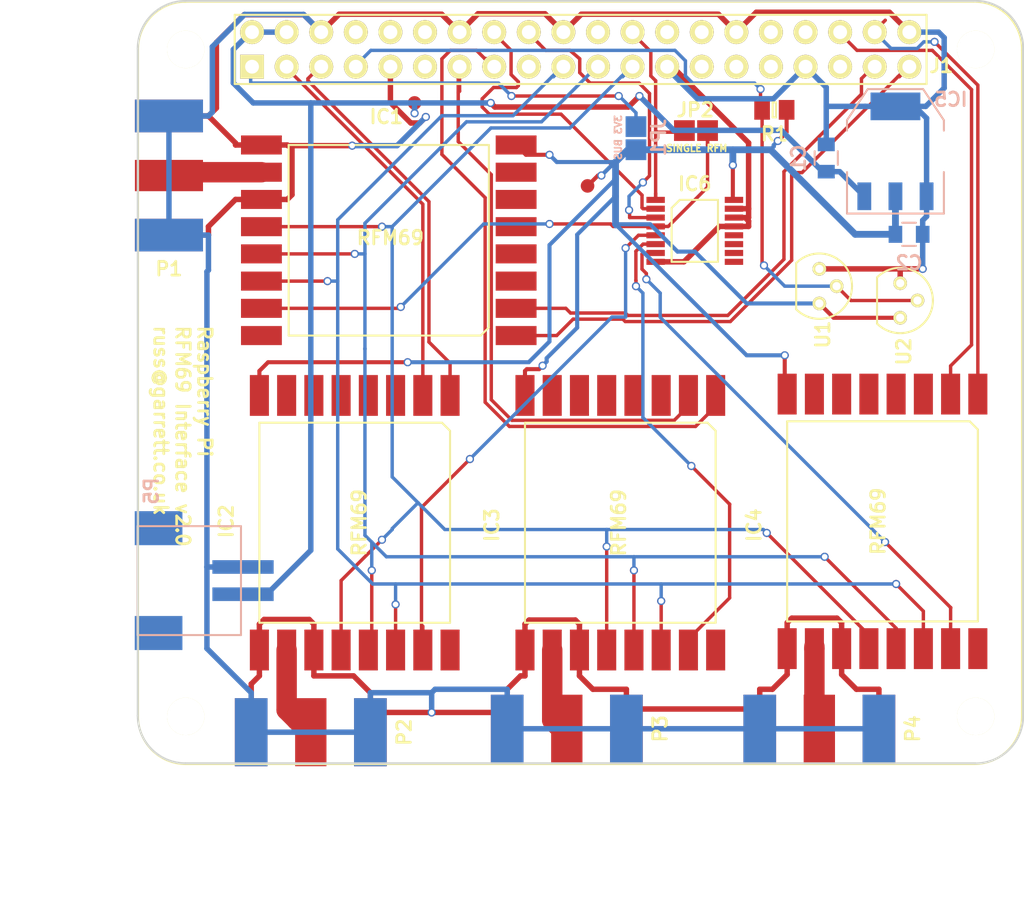
<source format=kicad_pcb>
(kicad_pcb (version 20171130) (host pcbnew "(5.1.12)-1")

  (general
    (thickness 1.6)
    (drawings 9)
    (tracks 579)
    (zones 0)
    (modules 21)
    (nets 70)
  )

  (page A4)
  (layers
    (0 F.Cu signal)
    (31 B.Cu signal)
    (32 B.Adhes user)
    (33 F.Adhes user hide)
    (34 B.Paste user)
    (35 F.Paste user)
    (36 B.SilkS user)
    (37 F.SilkS user)
    (38 B.Mask user)
    (39 F.Mask user)
    (40 Dwgs.User user)
    (41 Cmts.User user)
    (42 Eco1.User user)
    (43 Eco2.User user)
    (44 Edge.Cuts user)
    (45 Margin user)
    (46 B.CrtYd user)
    (47 F.CrtYd user)
    (48 B.Fab user)
    (49 F.Fab user)
  )

  (setup
    (last_trace_width 0.25)
    (trace_clearance 0.2)
    (zone_clearance 0.5)
    (zone_45_only no)
    (trace_min 0.2)
    (via_size 0.6)
    (via_drill 0.4)
    (via_min_size 0.4)
    (via_min_drill 0.3)
    (uvia_size 0.3)
    (uvia_drill 0.1)
    (uvias_allowed no)
    (uvia_min_size 0.2)
    (uvia_min_drill 0.1)
    (edge_width 0.15)
    (segment_width 0.2)
    (pcb_text_width 0.3)
    (pcb_text_size 1.5 1.5)
    (mod_edge_width 0.15)
    (mod_text_size 1 1)
    (mod_text_width 0.2)
    (pad_size 3.6576 2.032)
    (pad_drill 0)
    (pad_to_mask_clearance 0)
    (aux_axis_origin 95.32 121.424)
    (grid_origin 95.32 121.924)
    (visible_elements 7FFFFFFF)
    (pcbplotparams
      (layerselection 0x010f0_80000001)
      (usegerberextensions true)
      (usegerberattributes true)
      (usegerberadvancedattributes true)
      (creategerberjobfile true)
      (excludeedgelayer true)
      (linewidth 0.100000)
      (plotframeref false)
      (viasonmask false)
      (mode 1)
      (useauxorigin false)
      (hpglpennumber 1)
      (hpglpenspeed 20)
      (hpglpendiameter 15.000000)
      (psnegative false)
      (psa4output false)
      (plotreference true)
      (plotvalue true)
      (plotinvisibletext false)
      (padsonsilk false)
      (subtractmaskfromsilk false)
      (outputformat 1)
      (mirror false)
      (drillshape 0)
      (scaleselection 1)
      (outputdirectory "output/"))
  )

  (net 0 "")
  (net 1 +5V)
  (net 2 Earth)
  (net 3 +3V3)
  (net 4 "Net-(IC1-Pad3)")
  (net 5 "Net-(IC1-Pad4)")
  (net 6 "Net-(IC1-Pad5)")
  (net 7 "Net-(IC1-Pad6)")
  (net 8 "Net-(IC1-Pad7)")
  (net 9 SCK)
  (net 10 MISO)
  (net 11 MOSI)
  (net 12 "Net-(IC1-Pad16)")
  (net 13 "Net-(J1-Pad27)")
  (net 14 "Net-(J1-Pad28)")
  (net 15 "Net-(J1-Pad29)")
  (net 16 ONEWIRE)
  (net 17 "Net-(J1-Pad8)")
  (net 18 "Net-(J1-Pad10)")
  (net 19 "Net-(J1-Pad11)")
  (net 20 "Net-(J1-Pad12)")
  (net 21 "Net-(J1-Pad17)")
  (net 22 "Net-(J1-Pad22)")
  (net 23 "Net-(J1-Pad26)")
  (net 24 "Net-(J1-Pad31)")
  (net 25 "Net-(J1-Pad32)")
  (net 26 "Net-(J1-Pad33)")
  (net 27 "Net-(J1-Pad36)")
  (net 28 "Net-(IC2-Pad4)")
  (net 29 "Net-(IC2-Pad3)")
  (net 30 "Net-(IC3-Pad3)")
  (net 31 "Net-(IC3-Pad4)")
  (net 32 "Net-(IC3-Pad5)")
  (net 33 "Net-(IC3-Pad6)")
  (net 34 "Net-(IC3-Pad7)")
  (net 35 "Net-(IC3-Pad16)")
  (net 36 "Net-(IC4-Pad3)")
  (net 37 "Net-(IC4-Pad4)")
  (net 38 "Net-(IC4-Pad5)")
  (net 39 "Net-(IC4-Pad6)")
  (net 40 "Net-(IC4-Pad7)")
  (net 41 "Net-(IC4-Pad16)")
  (net 42 "Net-(IC2-Pad5)")
  (net 43 "Net-(IC2-Pad6)")
  (net 44 "Net-(IC2-Pad7)")
  (net 45 "Net-(IC2-Pad16)")
  (net 46 /ANT_1)
  (net 47 /ANT_2)
  (net 48 /ANT_3)
  (net 49 /ANT_4)
  (net 50 RESET1)
  (net 51 INT1)
  (net 52 NSS1)
  (net 53 RESET2)
  (net 54 INT2)
  (net 55 NSS2)
  (net 56 RESET3)
  (net 57 INT3)
  (net 58 NSS3)
  (net 59 RESET4)
  (net 60 INT4)
  (net 61 NSS4)
  (net 62 NSS)
  (net 63 /3V3_SUPP)
  (net 64 "Net-(IC6-Pad2)")
  (net 65 "Net-(IC6-Pad3)")
  (net 66 "Net-(IC6-Pad9)")
  (net 67 "Net-(IC6-Pad10)")
  (net 68 "Net-(IC6-Pad11)")
  (net 69 "Net-(IC6-Pad12)")

  (net_class Default "This is the default net class."
    (clearance 0.2)
    (trace_width 0.25)
    (via_dia 0.6)
    (via_drill 0.4)
    (uvia_dia 0.3)
    (uvia_drill 0.1)
    (add_net /3V3_SUPP)
    (add_net INT1)
    (add_net INT2)
    (add_net INT3)
    (add_net INT4)
    (add_net MISO)
    (add_net MOSI)
    (add_net NSS)
    (add_net NSS1)
    (add_net NSS2)
    (add_net NSS3)
    (add_net NSS4)
    (add_net "Net-(IC1-Pad16)")
    (add_net "Net-(IC1-Pad3)")
    (add_net "Net-(IC1-Pad4)")
    (add_net "Net-(IC1-Pad5)")
    (add_net "Net-(IC1-Pad6)")
    (add_net "Net-(IC1-Pad7)")
    (add_net "Net-(IC2-Pad16)")
    (add_net "Net-(IC2-Pad3)")
    (add_net "Net-(IC2-Pad4)")
    (add_net "Net-(IC2-Pad5)")
    (add_net "Net-(IC2-Pad6)")
    (add_net "Net-(IC2-Pad7)")
    (add_net "Net-(IC3-Pad16)")
    (add_net "Net-(IC3-Pad3)")
    (add_net "Net-(IC3-Pad4)")
    (add_net "Net-(IC3-Pad5)")
    (add_net "Net-(IC3-Pad6)")
    (add_net "Net-(IC3-Pad7)")
    (add_net "Net-(IC4-Pad16)")
    (add_net "Net-(IC4-Pad3)")
    (add_net "Net-(IC4-Pad4)")
    (add_net "Net-(IC4-Pad5)")
    (add_net "Net-(IC4-Pad6)")
    (add_net "Net-(IC4-Pad7)")
    (add_net "Net-(IC6-Pad10)")
    (add_net "Net-(IC6-Pad11)")
    (add_net "Net-(IC6-Pad12)")
    (add_net "Net-(IC6-Pad2)")
    (add_net "Net-(IC6-Pad3)")
    (add_net "Net-(IC6-Pad9)")
    (add_net "Net-(J1-Pad10)")
    (add_net "Net-(J1-Pad11)")
    (add_net "Net-(J1-Pad12)")
    (add_net "Net-(J1-Pad17)")
    (add_net "Net-(J1-Pad22)")
    (add_net "Net-(J1-Pad26)")
    (add_net "Net-(J1-Pad27)")
    (add_net "Net-(J1-Pad28)")
    (add_net "Net-(J1-Pad29)")
    (add_net "Net-(J1-Pad31)")
    (add_net "Net-(J1-Pad32)")
    (add_net "Net-(J1-Pad33)")
    (add_net "Net-(J1-Pad36)")
    (add_net "Net-(J1-Pad8)")
    (add_net ONEWIRE)
    (add_net RESET1)
    (add_net RESET2)
    (add_net RESET3)
    (add_net RESET4)
    (add_net SCK)
  )

  (net_class 3V3 ""
    (clearance 0.2)
    (trace_width 0.3)
    (via_dia 0.6)
    (via_drill 0.4)
    (uvia_dia 0.3)
    (uvia_drill 0.1)
    (add_net +3V3)
  )

  (net_class 5V ""
    (clearance 0.2)
    (trace_width 0.4)
    (via_dia 0.6)
    (via_drill 0.4)
    (uvia_dia 0.3)
    (uvia_drill 0.1)
    (add_net +5V)
  )

  (net_class Feedline ""
    (clearance 0.5)
    (trace_width 1.5)
    (via_dia 0.6)
    (via_drill 0.4)
    (uvia_dia 0.3)
    (uvia_drill 0.1)
    (add_net /ANT_1)
    (add_net /ANT_2)
    (add_net /ANT_3)
    (add_net /ANT_4)
  )

  (net_class GND ""
    (clearance 0.2)
    (trace_width 0.4)
    (via_dia 0.6)
    (via_drill 0.4)
    (uvia_dia 0.3)
    (uvia_drill 0.1)
    (add_net Earth)
  )

  (module agg:SMA-EDGE (layer F.Cu) (tedit 57D5DDC0) (tstamp 57D5FBEC)
    (at 127.07 118.884 180)
    (path /57D5F0BF)
    (fp_text reference P3 (at -6.858 0 270) (layer F.SilkS)
      (effects (font (size 1 1) (thickness 0.2)))
    )
    (fp_text value COAX (at 6.65 0 270) (layer F.Fab)
      (effects (font (size 1 1) (thickness 0.2)))
    )
    (fp_line (start -4.75 -2.5) (end 4.75 -2.5) (layer F.Fab) (width 0.01))
    (fp_line (start -4.75 -2.5) (end -4.75 -4.15) (layer F.Fab) (width 0.01))
    (fp_line (start -4.75 -4.15) (end 4.75 -4.15) (layer F.Fab) (width 0.01))
    (fp_line (start 4.75 -4.15) (end 4.75 -2.5) (layer F.Fab) (width 0.01))
    (fp_line (start -0.4 -2.5) (end -0.4 2.25) (layer F.Fab) (width 0.01))
    (fp_line (start -0.4 2.25) (end 0.4 2.25) (layer F.Fab) (width 0.01))
    (fp_line (start 0.4 2.25) (end 0.4 -2.5) (layer F.Fab) (width 0.01))
    (fp_line (start -4.75 -2.5) (end -4.75 2.25) (layer F.Fab) (width 0.01))
    (fp_line (start -4.75 2.25) (end -3.75 2.25) (layer F.Fab) (width 0.01))
    (fp_line (start -3.75 2.25) (end -3.75 -2.5) (layer F.Fab) (width 0.01))
    (fp_line (start 4.75 -2.5) (end 4.75 2.25) (layer F.Fab) (width 0.01))
    (fp_line (start 4.75 2.25) (end 3.75 2.25) (layer F.Fab) (width 0.01))
    (fp_line (start 3.75 2.25) (end 3.75 -2.5) (layer F.Fab) (width 0.01))
    (fp_line (start -2.5 -4.15) (end -2.5 -6.15) (layer F.Fab) (width 0.01))
    (fp_line (start 2.5 -6.15) (end 2.5 -4.15) (layer F.Fab) (width 0.01))
    (fp_line (start -3.25 -6.15) (end -3.25 -12.15) (layer F.Fab) (width 0.01))
    (fp_line (start -3.25 -12.15) (end 3.25 -12.15) (layer F.Fab) (width 0.01))
    (fp_line (start 3.25 -12.15) (end 3.25 -6.15) (layer F.Fab) (width 0.01))
    (fp_line (start 3.25 -6.15) (end -3.25 -6.15) (layer F.Fab) (width 0.01))
    (fp_line (start 3.25 -10.5) (end -3.25 -10) (layer F.Fab) (width 0.01))
    (fp_line (start 3.25 -9.5) (end -3.25 -9) (layer F.Fab) (width 0.01))
    (fp_line (start 3.25 -8.5) (end -3.25 -8) (layer F.Fab) (width 0.01))
    (fp_line (start 3.25 -7.5) (end -3.25 -7) (layer F.Fab) (width 0.01))
    (fp_line (start -5.85 2.75) (end 5.85 2.75) (layer F.CrtYd) (width 0.01))
    (fp_line (start 5.85 2.75) (end 5.85 -12.4) (layer F.CrtYd) (width 0.01))
    (fp_line (start 5.85 -12.4) (end -5.85 -12.4) (layer F.CrtYd) (width 0.01))
    (fp_line (start -5.85 -12.4) (end -5.85 2.75) (layer F.CrtYd) (width 0.01))
    (pad 1 smd rect (at 0 0 180) (size 2.3 5) (layers F.Cu F.Paste F.Mask)
      (net 48 /ANT_3) (zone_connect 2))
    (pad 2 smd rect (at 4.375 0 180) (size 2.4 5) (layers B.Cu B.Paste B.Mask)
      (net 2 Earth) (zone_connect 2))
    (pad 2 smd rect (at -4.375 0 180) (size 2.4 5) (layers B.Cu B.Paste B.Mask)
      (net 2 Earth) (zone_connect 2))
    (pad 2 smd rect (at -4.375 0 180) (size 2.4 5) (layers F.Cu F.Paste F.Mask)
      (net 2 Earth) (zone_connect 2))
    (pad 2 smd rect (at 4.375 0 180) (size 2.4 5) (layers F.Cu F.Paste F.Mask)
      (net 2 Earth) (zone_connect 2))
  )

  (module agg:RFM69 (layer F.Cu) (tedit 57D81620) (tstamp 57D5954B)
    (at 114 83 180)
    (path /57D5706D)
    (fp_text reference IC1 (at 0.18 9.076 180) (layer F.SilkS)
      (effects (font (size 1 1) (thickness 0.2)))
    )
    (fp_text value RFM69 (at -0.116 0.184 180) (layer F.SilkS)
      (effects (font (size 1 1) (thickness 0.2)))
    )
    (fp_circle (center -9.05 -7.2) (end -9.05 -6.8) (layer F.Fab) (width 0.01))
    (fp_line (start -11.1 8.25) (end -11.1 -8.25) (layer F.CrtYd) (width 0.01))
    (fp_line (start 11.1 8.25) (end -11.1 8.25) (layer F.CrtYd) (width 0.01))
    (fp_line (start 11.1 -8.25) (end 11.1 8.25) (layer F.CrtYd) (width 0.01))
    (fp_line (start -11.1 -8.25) (end 11.1 -8.25) (layer F.CrtYd) (width 0.01))
    (fp_line (start -7.35 -6.4) (end -6.75 -7) (layer F.SilkS) (width 0.15))
    (fp_line (start -7.35 7) (end -7.35 -6.4) (layer F.SilkS) (width 0.15))
    (fp_line (start 7.35 7) (end -7.35 7) (layer F.SilkS) (width 0.15))
    (fp_line (start 7.35 -7) (end 7.35 7) (layer F.SilkS) (width 0.15))
    (fp_line (start -6.75 -7) (end 7.35 -7) (layer F.SilkS) (width 0.15))
    (fp_line (start 7.85 -6.4) (end 9.85 -6.4) (layer F.Fab) (width 0.01))
    (fp_line (start 7.85 -7.6) (end 7.85 -6.4) (layer F.Fab) (width 0.01))
    (fp_line (start 9.85 -7.6) (end 7.85 -7.6) (layer F.Fab) (width 0.01))
    (fp_line (start 7.85 -4.4) (end 9.85 -4.4) (layer F.Fab) (width 0.01))
    (fp_line (start 7.85 -5.6) (end 7.85 -4.4) (layer F.Fab) (width 0.01))
    (fp_line (start 9.85 -5.6) (end 7.85 -5.6) (layer F.Fab) (width 0.01))
    (fp_line (start 7.85 -2.4) (end 9.85 -2.4) (layer F.Fab) (width 0.01))
    (fp_line (start 7.85 -3.6) (end 7.85 -2.4) (layer F.Fab) (width 0.01))
    (fp_line (start 9.85 -3.6) (end 7.85 -3.6) (layer F.Fab) (width 0.01))
    (fp_line (start 7.85 -0.4) (end 9.85 -0.4) (layer F.Fab) (width 0.01))
    (fp_line (start 7.85 -1.6) (end 7.85 -0.4) (layer F.Fab) (width 0.01))
    (fp_line (start 9.85 -1.6) (end 7.85 -1.6) (layer F.Fab) (width 0.01))
    (fp_line (start 7.85 1.6) (end 9.85 1.6) (layer F.Fab) (width 0.01))
    (fp_line (start 7.85 0.4) (end 7.85 1.6) (layer F.Fab) (width 0.01))
    (fp_line (start 9.85 0.4) (end 7.85 0.4) (layer F.Fab) (width 0.01))
    (fp_line (start 7.85 3.6) (end 9.85 3.6) (layer F.Fab) (width 0.01))
    (fp_line (start 7.85 2.4) (end 7.85 3.6) (layer F.Fab) (width 0.01))
    (fp_line (start 9.85 2.4) (end 7.85 2.4) (layer F.Fab) (width 0.01))
    (fp_line (start 7.85 5.6) (end 9.85 5.6) (layer F.Fab) (width 0.01))
    (fp_line (start 7.85 4.4) (end 7.85 5.6) (layer F.Fab) (width 0.01))
    (fp_line (start 9.85 4.4) (end 7.85 4.4) (layer F.Fab) (width 0.01))
    (fp_line (start 7.85 7.6) (end 9.85 7.6) (layer F.Fab) (width 0.01))
    (fp_line (start 7.85 6.4) (end 7.85 7.6) (layer F.Fab) (width 0.01))
    (fp_line (start 9.85 6.4) (end 7.85 6.4) (layer F.Fab) (width 0.01))
    (fp_line (start -7.85 7.6) (end -7.85 6.4) (layer F.Fab) (width 0.01))
    (fp_line (start -9.85 7.6) (end -7.85 7.6) (layer F.Fab) (width 0.01))
    (fp_line (start -7.85 6.4) (end -9.85 6.4) (layer F.Fab) (width 0.01))
    (fp_line (start -7.85 5.6) (end -7.85 4.4) (layer F.Fab) (width 0.01))
    (fp_line (start -9.85 5.6) (end -7.85 5.6) (layer F.Fab) (width 0.01))
    (fp_line (start -7.85 4.4) (end -9.85 4.4) (layer F.Fab) (width 0.01))
    (fp_line (start -7.85 3.6) (end -7.85 2.4) (layer F.Fab) (width 0.01))
    (fp_line (start -9.85 3.6) (end -7.85 3.6) (layer F.Fab) (width 0.01))
    (fp_line (start -7.85 2.4) (end -9.85 2.4) (layer F.Fab) (width 0.01))
    (fp_line (start -7.85 1.6) (end -7.85 0.4) (layer F.Fab) (width 0.01))
    (fp_line (start -9.85 1.6) (end -7.85 1.6) (layer F.Fab) (width 0.01))
    (fp_line (start -7.85 0.4) (end -9.85 0.4) (layer F.Fab) (width 0.01))
    (fp_line (start -7.85 -0.4) (end -7.85 -1.6) (layer F.Fab) (width 0.01))
    (fp_line (start -9.85 -0.4) (end -7.85 -0.4) (layer F.Fab) (width 0.01))
    (fp_line (start -7.85 -1.6) (end -9.85 -1.6) (layer F.Fab) (width 0.01))
    (fp_line (start -7.85 -2.4) (end -7.85 -3.6) (layer F.Fab) (width 0.01))
    (fp_line (start -9.85 -2.4) (end -7.85 -2.4) (layer F.Fab) (width 0.01))
    (fp_line (start -7.85 -3.6) (end -9.85 -3.6) (layer F.Fab) (width 0.01))
    (fp_line (start -7.85 -4.4) (end -7.85 -5.6) (layer F.Fab) (width 0.01))
    (fp_line (start -9.85 -4.4) (end -7.85 -4.4) (layer F.Fab) (width 0.01))
    (fp_line (start -7.85 -5.6) (end -9.85 -5.6) (layer F.Fab) (width 0.01))
    (fp_line (start -7.85 -6.4) (end -7.85 -7.6) (layer F.Fab) (width 0.01))
    (fp_line (start -9.85 -6.4) (end -7.85 -6.4) (layer F.Fab) (width 0.01))
    (fp_line (start -7.85 -7.6) (end -9.85 -7.6) (layer F.Fab) (width 0.01))
    (fp_line (start -9.85 8) (end -9.85 -8) (layer F.Fab) (width 0.01))
    (fp_line (start 9.85 8) (end -9.85 8) (layer F.Fab) (width 0.01))
    (fp_line (start 9.85 -8) (end 9.85 8) (layer F.Fab) (width 0.01))
    (fp_line (start -9.85 -8) (end 9.85 -8) (layer F.Fab) (width 0.01))
    (pad 1 smd rect (at -9.35 -7 180) (size 3 1.4) (layers F.Cu F.Paste F.Mask)
      (net 50 RESET1))
    (pad 2 smd rect (at -9.35 -5 180) (size 3 1.4) (layers F.Cu F.Paste F.Mask)
      (net 51 INT1))
    (pad 3 smd rect (at -9.35 -3 180) (size 3 1.4) (layers F.Cu F.Paste F.Mask)
      (net 4 "Net-(IC1-Pad3)"))
    (pad 4 smd rect (at -9.35 -1 180) (size 3 1.4) (layers F.Cu F.Paste F.Mask)
      (net 5 "Net-(IC1-Pad4)"))
    (pad 5 smd rect (at -9.35 1 180) (size 3 1.4) (layers F.Cu F.Paste F.Mask)
      (net 6 "Net-(IC1-Pad5)"))
    (pad 6 smd rect (at -9.35 3 180) (size 3 1.4) (layers F.Cu F.Paste F.Mask)
      (net 7 "Net-(IC1-Pad6)"))
    (pad 7 smd rect (at -9.35 5 180) (size 3 1.4) (layers F.Cu F.Paste F.Mask)
      (net 8 "Net-(IC1-Pad7)"))
    (pad 8 smd rect (at -9.35 7 180) (size 3 1.4) (layers F.Cu F.Paste F.Mask)
      (net 3 +3V3))
    (pad 9 smd rect (at 9.35 7 180) (size 3 1.4) (layers F.Cu F.Paste F.Mask)
      (net 2 Earth))
    (pad 10 smd rect (at 9.35 5 180) (size 3 1.4) (layers F.Cu F.Paste F.Mask)
      (net 46 /ANT_1))
    (pad 11 smd rect (at 9.35 3 180) (size 3 1.4) (layers F.Cu F.Paste F.Mask)
      (net 2 Earth))
    (pad 12 smd rect (at 9.35 1 180) (size 3 1.4) (layers F.Cu F.Paste F.Mask)
      (net 9 SCK))
    (pad 13 smd rect (at 9.35 -1 180) (size 3 1.4) (layers F.Cu F.Paste F.Mask)
      (net 10 MISO))
    (pad 14 smd rect (at 9.35 -3 180) (size 3 1.4) (layers F.Cu F.Paste F.Mask)
      (net 11 MOSI))
    (pad 15 smd rect (at 9.35 -5 180) (size 3 1.4) (layers F.Cu F.Paste F.Mask)
      (net 52 NSS1))
    (pad 16 smd rect (at 9.35 -7 180) (size 3 1.4) (layers F.Cu F.Paste F.Mask)
      (net 12 "Net-(IC1-Pad16)"))
  )

  (module Capacitors_SMD:C_0805 (layer B.Cu) (tedit 5415D6EA) (tstamp 57D594F9)
    (at 152.2 82.562)
    (descr "Capacitor SMD 0805, reflow soldering, AVX (see smccp.pdf)")
    (tags "capacitor 0805")
    (path /57D58E7C)
    (attr smd)
    (fp_text reference C2 (at 0 2.1) (layer B.SilkS)
      (effects (font (size 1 1) (thickness 0.2)) (justify mirror))
    )
    (fp_text value 10uF (at 3.826 0.254) (layer B.Fab)
      (effects (font (size 1 1) (thickness 0.2)) (justify mirror))
    )
    (fp_line (start -0.5 -0.85) (end 0.5 -0.85) (layer B.SilkS) (width 0.15))
    (fp_line (start 0.5 0.85) (end -0.5 0.85) (layer B.SilkS) (width 0.15))
    (fp_line (start 1.8 1) (end 1.8 -1) (layer B.CrtYd) (width 0.05))
    (fp_line (start -1.8 1) (end -1.8 -1) (layer B.CrtYd) (width 0.05))
    (fp_line (start -1.8 -1) (end 1.8 -1) (layer B.CrtYd) (width 0.05))
    (fp_line (start -1.8 1) (end 1.8 1) (layer B.CrtYd) (width 0.05))
    (pad 1 smd rect (at -1 0) (size 1 1.25) (layers B.Cu B.Paste B.Mask)
      (net 3 +3V3))
    (pad 2 smd rect (at 1 0) (size 1 1.25) (layers B.Cu B.Paste B.Mask)
      (net 2 Earth))
    (model Capacitors_SMD.3dshapes/C_0805.wrl
      (at (xyz 0 0 0))
      (scale (xyz 1 1 1))
      (rotate (xyz 0 0 0))
    )
  )

  (module tinkerforge:TESTPT (layer B.Cu) (tedit 57D81535) (tstamp 57D771C7)
    (at 132.15 75.45 90)
    (path /57D58747)
    (fp_text reference JP1 (at 0 1.67 90) (layer B.SilkS)
      (effects (font (size 1 1) (thickness 0.2)) (justify mirror))
    )
    (fp_text value "3V3 BUS" (at 0 -1.30048 90) (layer B.SilkS)
      (effects (font (size 0.5 0.5) (thickness 0.125)) (justify mirror))
    )
    (pad 1 smd rect (at -0.89916 0 90) (size 1.524 1.524) (layers B.Cu B.Paste B.Mask)
      (net 3 +3V3) (clearance 0.14986))
    (pad 2 smd rect (at 0.8001 0 90) (size 1.524 1.524) (layers B.Cu B.Paste B.Mask)
      (net 63 /3V3_SUPP) (clearance 0.14986))
  )

  (module agg:RFM69 (layer F.Cu) (tedit 57D8162A) (tstamp 57D94E7D)
    (at 131 103.75 270)
    (path /57D59997)
    (fp_text reference IC3 (at 0.174 9.43 270) (layer F.SilkS)
      (effects (font (size 1 1) (thickness 0.2)))
    )
    (fp_text value RFM69 (at 0 0.12 270) (layer F.SilkS)
      (effects (font (size 1 1) (thickness 0.2)))
    )
    (fp_circle (center -9.05 -7.2) (end -9.05 -6.8) (layer F.Fab) (width 0.01))
    (fp_line (start -11.1 8.25) (end -11.1 -8.25) (layer F.CrtYd) (width 0.01))
    (fp_line (start 11.1 8.25) (end -11.1 8.25) (layer F.CrtYd) (width 0.01))
    (fp_line (start 11.1 -8.25) (end 11.1 8.25) (layer F.CrtYd) (width 0.01))
    (fp_line (start -11.1 -8.25) (end 11.1 -8.25) (layer F.CrtYd) (width 0.01))
    (fp_line (start -7.35 -6.4) (end -6.75 -7) (layer F.SilkS) (width 0.15))
    (fp_line (start -7.35 7) (end -7.35 -6.4) (layer F.SilkS) (width 0.15))
    (fp_line (start 7.35 7) (end -7.35 7) (layer F.SilkS) (width 0.15))
    (fp_line (start 7.35 -7) (end 7.35 7) (layer F.SilkS) (width 0.15))
    (fp_line (start -6.75 -7) (end 7.35 -7) (layer F.SilkS) (width 0.15))
    (fp_line (start 7.85 -6.4) (end 9.85 -6.4) (layer F.Fab) (width 0.01))
    (fp_line (start 7.85 -7.6) (end 7.85 -6.4) (layer F.Fab) (width 0.01))
    (fp_line (start 9.85 -7.6) (end 7.85 -7.6) (layer F.Fab) (width 0.01))
    (fp_line (start 7.85 -4.4) (end 9.85 -4.4) (layer F.Fab) (width 0.01))
    (fp_line (start 7.85 -5.6) (end 7.85 -4.4) (layer F.Fab) (width 0.01))
    (fp_line (start 9.85 -5.6) (end 7.85 -5.6) (layer F.Fab) (width 0.01))
    (fp_line (start 7.85 -2.4) (end 9.85 -2.4) (layer F.Fab) (width 0.01))
    (fp_line (start 7.85 -3.6) (end 7.85 -2.4) (layer F.Fab) (width 0.01))
    (fp_line (start 9.85 -3.6) (end 7.85 -3.6) (layer F.Fab) (width 0.01))
    (fp_line (start 7.85 -0.4) (end 9.85 -0.4) (layer F.Fab) (width 0.01))
    (fp_line (start 7.85 -1.6) (end 7.85 -0.4) (layer F.Fab) (width 0.01))
    (fp_line (start 9.85 -1.6) (end 7.85 -1.6) (layer F.Fab) (width 0.01))
    (fp_line (start 7.85 1.6) (end 9.85 1.6) (layer F.Fab) (width 0.01))
    (fp_line (start 7.85 0.4) (end 7.85 1.6) (layer F.Fab) (width 0.01))
    (fp_line (start 9.85 0.4) (end 7.85 0.4) (layer F.Fab) (width 0.01))
    (fp_line (start 7.85 3.6) (end 9.85 3.6) (layer F.Fab) (width 0.01))
    (fp_line (start 7.85 2.4) (end 7.85 3.6) (layer F.Fab) (width 0.01))
    (fp_line (start 9.85 2.4) (end 7.85 2.4) (layer F.Fab) (width 0.01))
    (fp_line (start 7.85 5.6) (end 9.85 5.6) (layer F.Fab) (width 0.01))
    (fp_line (start 7.85 4.4) (end 7.85 5.6) (layer F.Fab) (width 0.01))
    (fp_line (start 9.85 4.4) (end 7.85 4.4) (layer F.Fab) (width 0.01))
    (fp_line (start 7.85 7.6) (end 9.85 7.6) (layer F.Fab) (width 0.01))
    (fp_line (start 7.85 6.4) (end 7.85 7.6) (layer F.Fab) (width 0.01))
    (fp_line (start 9.85 6.4) (end 7.85 6.4) (layer F.Fab) (width 0.01))
    (fp_line (start -7.85 7.6) (end -7.85 6.4) (layer F.Fab) (width 0.01))
    (fp_line (start -9.85 7.6) (end -7.85 7.6) (layer F.Fab) (width 0.01))
    (fp_line (start -7.85 6.4) (end -9.85 6.4) (layer F.Fab) (width 0.01))
    (fp_line (start -7.85 5.6) (end -7.85 4.4) (layer F.Fab) (width 0.01))
    (fp_line (start -9.85 5.6) (end -7.85 5.6) (layer F.Fab) (width 0.01))
    (fp_line (start -7.85 4.4) (end -9.85 4.4) (layer F.Fab) (width 0.01))
    (fp_line (start -7.85 3.6) (end -7.85 2.4) (layer F.Fab) (width 0.01))
    (fp_line (start -9.85 3.6) (end -7.85 3.6) (layer F.Fab) (width 0.01))
    (fp_line (start -7.85 2.4) (end -9.85 2.4) (layer F.Fab) (width 0.01))
    (fp_line (start -7.85 1.6) (end -7.85 0.4) (layer F.Fab) (width 0.01))
    (fp_line (start -9.85 1.6) (end -7.85 1.6) (layer F.Fab) (width 0.01))
    (fp_line (start -7.85 0.4) (end -9.85 0.4) (layer F.Fab) (width 0.01))
    (fp_line (start -7.85 -0.4) (end -7.85 -1.6) (layer F.Fab) (width 0.01))
    (fp_line (start -9.85 -0.4) (end -7.85 -0.4) (layer F.Fab) (width 0.01))
    (fp_line (start -7.85 -1.6) (end -9.85 -1.6) (layer F.Fab) (width 0.01))
    (fp_line (start -7.85 -2.4) (end -7.85 -3.6) (layer F.Fab) (width 0.01))
    (fp_line (start -9.85 -2.4) (end -7.85 -2.4) (layer F.Fab) (width 0.01))
    (fp_line (start -7.85 -3.6) (end -9.85 -3.6) (layer F.Fab) (width 0.01))
    (fp_line (start -7.85 -4.4) (end -7.85 -5.6) (layer F.Fab) (width 0.01))
    (fp_line (start -9.85 -4.4) (end -7.85 -4.4) (layer F.Fab) (width 0.01))
    (fp_line (start -7.85 -5.6) (end -9.85 -5.6) (layer F.Fab) (width 0.01))
    (fp_line (start -7.85 -6.4) (end -7.85 -7.6) (layer F.Fab) (width 0.01))
    (fp_line (start -9.85 -6.4) (end -7.85 -6.4) (layer F.Fab) (width 0.01))
    (fp_line (start -7.85 -7.6) (end -9.85 -7.6) (layer F.Fab) (width 0.01))
    (fp_line (start -9.85 8) (end -9.85 -8) (layer F.Fab) (width 0.01))
    (fp_line (start 9.85 8) (end -9.85 8) (layer F.Fab) (width 0.01))
    (fp_line (start 9.85 -8) (end 9.85 8) (layer F.Fab) (width 0.01))
    (fp_line (start -9.85 -8) (end 9.85 -8) (layer F.Fab) (width 0.01))
    (pad 1 smd rect (at -9.35 -7 270) (size 3 1.4) (layers F.Cu F.Paste F.Mask)
      (net 56 RESET3))
    (pad 2 smd rect (at -9.35 -5 270) (size 3 1.4) (layers F.Cu F.Paste F.Mask)
      (net 57 INT3))
    (pad 3 smd rect (at -9.35 -3 270) (size 3 1.4) (layers F.Cu F.Paste F.Mask)
      (net 30 "Net-(IC3-Pad3)"))
    (pad 4 smd rect (at -9.35 -1 270) (size 3 1.4) (layers F.Cu F.Paste F.Mask)
      (net 31 "Net-(IC3-Pad4)"))
    (pad 5 smd rect (at -9.35 1 270) (size 3 1.4) (layers F.Cu F.Paste F.Mask)
      (net 32 "Net-(IC3-Pad5)"))
    (pad 6 smd rect (at -9.35 3 270) (size 3 1.4) (layers F.Cu F.Paste F.Mask)
      (net 33 "Net-(IC3-Pad6)"))
    (pad 7 smd rect (at -9.35 5 270) (size 3 1.4) (layers F.Cu F.Paste F.Mask)
      (net 34 "Net-(IC3-Pad7)"))
    (pad 8 smd rect (at -9.35 7 270) (size 3 1.4) (layers F.Cu F.Paste F.Mask)
      (net 3 +3V3))
    (pad 9 smd rect (at 9.35 7 270) (size 3 1.4) (layers F.Cu F.Paste F.Mask)
      (net 2 Earth))
    (pad 10 smd rect (at 9.35 5 270) (size 3 1.4) (layers F.Cu F.Paste F.Mask)
      (net 48 /ANT_3))
    (pad 11 smd rect (at 9.35 3 270) (size 3 1.4) (layers F.Cu F.Paste F.Mask)
      (net 2 Earth))
    (pad 12 smd rect (at 9.35 1 270) (size 3 1.4) (layers F.Cu F.Paste F.Mask)
      (net 9 SCK))
    (pad 13 smd rect (at 9.35 -1 270) (size 3 1.4) (layers F.Cu F.Paste F.Mask)
      (net 10 MISO))
    (pad 14 smd rect (at 9.35 -3 270) (size 3 1.4) (layers F.Cu F.Paste F.Mask)
      (net 11 MOSI))
    (pad 15 smd rect (at 9.35 -5 270) (size 3 1.4) (layers F.Cu F.Paste F.Mask)
      (net 58 NSS3))
    (pad 16 smd rect (at 9.35 -7 270) (size 3 1.4) (layers F.Cu F.Paste F.Mask)
      (net 35 "Net-(IC3-Pad16)"))
  )

  (module agg:RFM69 (layer F.Cu) (tedit 57D8162F) (tstamp 57D94ECF)
    (at 150.25 103.65 270)
    (path /57D599F3)
    (fp_text reference IC4 (at 0.274 9.43 270) (layer F.SilkS)
      (effects (font (size 1 1) (thickness 0.2)))
    )
    (fp_text value RFM69 (at -0.006 0.32 270) (layer F.SilkS)
      (effects (font (size 1 1) (thickness 0.2)))
    )
    (fp_circle (center -9.05 -7.2) (end -9.05 -6.8) (layer F.Fab) (width 0.01))
    (fp_line (start -11.1 8.25) (end -11.1 -8.25) (layer F.CrtYd) (width 0.01))
    (fp_line (start 11.1 8.25) (end -11.1 8.25) (layer F.CrtYd) (width 0.01))
    (fp_line (start 11.1 -8.25) (end 11.1 8.25) (layer F.CrtYd) (width 0.01))
    (fp_line (start -11.1 -8.25) (end 11.1 -8.25) (layer F.CrtYd) (width 0.01))
    (fp_line (start -7.35 -6.4) (end -6.75 -7) (layer F.SilkS) (width 0.15))
    (fp_line (start -7.35 7) (end -7.35 -6.4) (layer F.SilkS) (width 0.15))
    (fp_line (start 7.35 7) (end -7.35 7) (layer F.SilkS) (width 0.15))
    (fp_line (start 7.35 -7) (end 7.35 7) (layer F.SilkS) (width 0.15))
    (fp_line (start -6.75 -7) (end 7.35 -7) (layer F.SilkS) (width 0.15))
    (fp_line (start 7.85 -6.4) (end 9.85 -6.4) (layer F.Fab) (width 0.01))
    (fp_line (start 7.85 -7.6) (end 7.85 -6.4) (layer F.Fab) (width 0.01))
    (fp_line (start 9.85 -7.6) (end 7.85 -7.6) (layer F.Fab) (width 0.01))
    (fp_line (start 7.85 -4.4) (end 9.85 -4.4) (layer F.Fab) (width 0.01))
    (fp_line (start 7.85 -5.6) (end 7.85 -4.4) (layer F.Fab) (width 0.01))
    (fp_line (start 9.85 -5.6) (end 7.85 -5.6) (layer F.Fab) (width 0.01))
    (fp_line (start 7.85 -2.4) (end 9.85 -2.4) (layer F.Fab) (width 0.01))
    (fp_line (start 7.85 -3.6) (end 7.85 -2.4) (layer F.Fab) (width 0.01))
    (fp_line (start 9.85 -3.6) (end 7.85 -3.6) (layer F.Fab) (width 0.01))
    (fp_line (start 7.85 -0.4) (end 9.85 -0.4) (layer F.Fab) (width 0.01))
    (fp_line (start 7.85 -1.6) (end 7.85 -0.4) (layer F.Fab) (width 0.01))
    (fp_line (start 9.85 -1.6) (end 7.85 -1.6) (layer F.Fab) (width 0.01))
    (fp_line (start 7.85 1.6) (end 9.85 1.6) (layer F.Fab) (width 0.01))
    (fp_line (start 7.85 0.4) (end 7.85 1.6) (layer F.Fab) (width 0.01))
    (fp_line (start 9.85 0.4) (end 7.85 0.4) (layer F.Fab) (width 0.01))
    (fp_line (start 7.85 3.6) (end 9.85 3.6) (layer F.Fab) (width 0.01))
    (fp_line (start 7.85 2.4) (end 7.85 3.6) (layer F.Fab) (width 0.01))
    (fp_line (start 9.85 2.4) (end 7.85 2.4) (layer F.Fab) (width 0.01))
    (fp_line (start 7.85 5.6) (end 9.85 5.6) (layer F.Fab) (width 0.01))
    (fp_line (start 7.85 4.4) (end 7.85 5.6) (layer F.Fab) (width 0.01))
    (fp_line (start 9.85 4.4) (end 7.85 4.4) (layer F.Fab) (width 0.01))
    (fp_line (start 7.85 7.6) (end 9.85 7.6) (layer F.Fab) (width 0.01))
    (fp_line (start 7.85 6.4) (end 7.85 7.6) (layer F.Fab) (width 0.01))
    (fp_line (start 9.85 6.4) (end 7.85 6.4) (layer F.Fab) (width 0.01))
    (fp_line (start -7.85 7.6) (end -7.85 6.4) (layer F.Fab) (width 0.01))
    (fp_line (start -9.85 7.6) (end -7.85 7.6) (layer F.Fab) (width 0.01))
    (fp_line (start -7.85 6.4) (end -9.85 6.4) (layer F.Fab) (width 0.01))
    (fp_line (start -7.85 5.6) (end -7.85 4.4) (layer F.Fab) (width 0.01))
    (fp_line (start -9.85 5.6) (end -7.85 5.6) (layer F.Fab) (width 0.01))
    (fp_line (start -7.85 4.4) (end -9.85 4.4) (layer F.Fab) (width 0.01))
    (fp_line (start -7.85 3.6) (end -7.85 2.4) (layer F.Fab) (width 0.01))
    (fp_line (start -9.85 3.6) (end -7.85 3.6) (layer F.Fab) (width 0.01))
    (fp_line (start -7.85 2.4) (end -9.85 2.4) (layer F.Fab) (width 0.01))
    (fp_line (start -7.85 1.6) (end -7.85 0.4) (layer F.Fab) (width 0.01))
    (fp_line (start -9.85 1.6) (end -7.85 1.6) (layer F.Fab) (width 0.01))
    (fp_line (start -7.85 0.4) (end -9.85 0.4) (layer F.Fab) (width 0.01))
    (fp_line (start -7.85 -0.4) (end -7.85 -1.6) (layer F.Fab) (width 0.01))
    (fp_line (start -9.85 -0.4) (end -7.85 -0.4) (layer F.Fab) (width 0.01))
    (fp_line (start -7.85 -1.6) (end -9.85 -1.6) (layer F.Fab) (width 0.01))
    (fp_line (start -7.85 -2.4) (end -7.85 -3.6) (layer F.Fab) (width 0.01))
    (fp_line (start -9.85 -2.4) (end -7.85 -2.4) (layer F.Fab) (width 0.01))
    (fp_line (start -7.85 -3.6) (end -9.85 -3.6) (layer F.Fab) (width 0.01))
    (fp_line (start -7.85 -4.4) (end -7.85 -5.6) (layer F.Fab) (width 0.01))
    (fp_line (start -9.85 -4.4) (end -7.85 -4.4) (layer F.Fab) (width 0.01))
    (fp_line (start -7.85 -5.6) (end -9.85 -5.6) (layer F.Fab) (width 0.01))
    (fp_line (start -7.85 -6.4) (end -7.85 -7.6) (layer F.Fab) (width 0.01))
    (fp_line (start -9.85 -6.4) (end -7.85 -6.4) (layer F.Fab) (width 0.01))
    (fp_line (start -7.85 -7.6) (end -9.85 -7.6) (layer F.Fab) (width 0.01))
    (fp_line (start -9.85 8) (end -9.85 -8) (layer F.Fab) (width 0.01))
    (fp_line (start 9.85 8) (end -9.85 8) (layer F.Fab) (width 0.01))
    (fp_line (start 9.85 -8) (end 9.85 8) (layer F.Fab) (width 0.01))
    (fp_line (start -9.85 -8) (end 9.85 -8) (layer F.Fab) (width 0.01))
    (pad 1 smd rect (at -9.35 -7 270) (size 3 1.4) (layers F.Cu F.Paste F.Mask)
      (net 59 RESET4))
    (pad 2 smd rect (at -9.35 -5 270) (size 3 1.4) (layers F.Cu F.Paste F.Mask)
      (net 60 INT4))
    (pad 3 smd rect (at -9.35 -3 270) (size 3 1.4) (layers F.Cu F.Paste F.Mask)
      (net 36 "Net-(IC4-Pad3)"))
    (pad 4 smd rect (at -9.35 -1 270) (size 3 1.4) (layers F.Cu F.Paste F.Mask)
      (net 37 "Net-(IC4-Pad4)"))
    (pad 5 smd rect (at -9.35 1 270) (size 3 1.4) (layers F.Cu F.Paste F.Mask)
      (net 38 "Net-(IC4-Pad5)"))
    (pad 6 smd rect (at -9.35 3 270) (size 3 1.4) (layers F.Cu F.Paste F.Mask)
      (net 39 "Net-(IC4-Pad6)"))
    (pad 7 smd rect (at -9.35 5 270) (size 3 1.4) (layers F.Cu F.Paste F.Mask)
      (net 40 "Net-(IC4-Pad7)"))
    (pad 8 smd rect (at -9.35 7 270) (size 3 1.4) (layers F.Cu F.Paste F.Mask)
      (net 3 +3V3))
    (pad 9 smd rect (at 9.35 7 270) (size 3 1.4) (layers F.Cu F.Paste F.Mask)
      (net 2 Earth))
    (pad 10 smd rect (at 9.35 5 270) (size 3 1.4) (layers F.Cu F.Paste F.Mask)
      (net 49 /ANT_4))
    (pad 11 smd rect (at 9.35 3 270) (size 3 1.4) (layers F.Cu F.Paste F.Mask)
      (net 2 Earth))
    (pad 12 smd rect (at 9.35 1 270) (size 3 1.4) (layers F.Cu F.Paste F.Mask)
      (net 9 SCK))
    (pad 13 smd rect (at 9.35 -1 270) (size 3 1.4) (layers F.Cu F.Paste F.Mask)
      (net 10 MISO))
    (pad 14 smd rect (at 9.35 -3 270) (size 3 1.4) (layers F.Cu F.Paste F.Mask)
      (net 11 MOSI))
    (pad 15 smd rect (at 9.35 -5 270) (size 3 1.4) (layers F.Cu F.Paste F.Mask)
      (net 61 NSS4))
    (pad 16 smd rect (at 9.35 -7 270) (size 3 1.4) (layers F.Cu F.Paste F.Mask)
      (net 41 "Net-(IC4-Pad16)"))
  )

  (module SOT-223 (layer B.Cu) (tedit 57D670AA) (tstamp 57D94EDF)
    (at 151.2 76.466 180)
    (descr "module CMS SOT223 4 pins")
    (tags "CMS SOT")
    (path /57D58C40)
    (attr smd)
    (fp_text reference IC5 (at -4.064 3.81 180) (layer B.SilkS)
      (effects (font (size 1 1) (thickness 0.2)) (justify mirror))
    )
    (fp_text value NCP1117 (at 0 -0.508 180) (layer B.Fab)
      (effects (font (size 1 1) (thickness 0.2)) (justify mirror))
    )
    (fp_line (start 3.556 2.286) (end 3.556 1.524) (layer B.SilkS) (width 0.15))
    (fp_line (start 2.032 4.572) (end 3.556 2.286) (layer B.SilkS) (width 0.15))
    (fp_line (start -2.032 4.572) (end 2.032 4.572) (layer B.SilkS) (width 0.15))
    (fp_line (start -3.556 2.286) (end -2.032 4.572) (layer B.SilkS) (width 0.15))
    (fp_line (start -3.556 1.524) (end -3.556 2.286) (layer B.SilkS) (width 0.15))
    (fp_line (start 3.556 -4.572) (end 3.556 -1.524) (layer B.SilkS) (width 0.15))
    (fp_line (start -3.556 -4.572) (end 3.556 -4.572) (layer B.SilkS) (width 0.15))
    (fp_line (start -3.556 -1.524) (end -3.556 -4.572) (layer B.SilkS) (width 0.15))
    (pad 4 smd rect (at 0 3.302 180) (size 3.6576 2.032) (layers B.Cu B.Paste B.Mask)
      (net 2 Earth) (zone_connect 2))
    (pad 2 smd rect (at 0 -3.302 180) (size 1.016 2.032) (layers B.Cu B.Paste B.Mask)
      (net 3 +3V3))
    (pad 3 smd rect (at 2.286 -3.302 180) (size 1.016 2.032) (layers B.Cu B.Paste B.Mask)
      (net 1 +5V))
    (pad 1 smd rect (at -2.286 -3.302 180) (size 1.016 2.032) (layers B.Cu B.Paste B.Mask)
      (net 2 Earth))
    (model TO_SOT_Packages_SMD.3dshapes/SOT-223.wrl
      (at (xyz 0 0 0))
      (scale (xyz 0.4 0.4 0.4))
      (rotate (xyz 0 0 0))
    )
  )

  (module agg:RFM69 (layer F.Cu) (tedit 57D81626) (tstamp 57D950C6)
    (at 111.5 103.75 270)
    (path /57D59944)
    (fp_text reference IC2 (at -0.106 9.43 270) (layer F.SilkS)
      (effects (font (size 1 1) (thickness 0.2)))
    )
    (fp_text value RFM69 (at 0 -0.33 270) (layer F.SilkS)
      (effects (font (size 1 1) (thickness 0.2)))
    )
    (fp_circle (center -9.05 -7.2) (end -9.05 -6.8) (layer F.Fab) (width 0.01))
    (fp_line (start -11.1 8.25) (end -11.1 -8.25) (layer F.CrtYd) (width 0.01))
    (fp_line (start 11.1 8.25) (end -11.1 8.25) (layer F.CrtYd) (width 0.01))
    (fp_line (start 11.1 -8.25) (end 11.1 8.25) (layer F.CrtYd) (width 0.01))
    (fp_line (start -11.1 -8.25) (end 11.1 -8.25) (layer F.CrtYd) (width 0.01))
    (fp_line (start -7.35 -6.4) (end -6.75 -7) (layer F.SilkS) (width 0.15))
    (fp_line (start -7.35 7) (end -7.35 -6.4) (layer F.SilkS) (width 0.15))
    (fp_line (start 7.35 7) (end -7.35 7) (layer F.SilkS) (width 0.15))
    (fp_line (start 7.35 -7) (end 7.35 7) (layer F.SilkS) (width 0.15))
    (fp_line (start -6.75 -7) (end 7.35 -7) (layer F.SilkS) (width 0.15))
    (fp_line (start 7.85 -6.4) (end 9.85 -6.4) (layer F.Fab) (width 0.01))
    (fp_line (start 7.85 -7.6) (end 7.85 -6.4) (layer F.Fab) (width 0.01))
    (fp_line (start 9.85 -7.6) (end 7.85 -7.6) (layer F.Fab) (width 0.01))
    (fp_line (start 7.85 -4.4) (end 9.85 -4.4) (layer F.Fab) (width 0.01))
    (fp_line (start 7.85 -5.6) (end 7.85 -4.4) (layer F.Fab) (width 0.01))
    (fp_line (start 9.85 -5.6) (end 7.85 -5.6) (layer F.Fab) (width 0.01))
    (fp_line (start 7.85 -2.4) (end 9.85 -2.4) (layer F.Fab) (width 0.01))
    (fp_line (start 7.85 -3.6) (end 7.85 -2.4) (layer F.Fab) (width 0.01))
    (fp_line (start 9.85 -3.6) (end 7.85 -3.6) (layer F.Fab) (width 0.01))
    (fp_line (start 7.85 -0.4) (end 9.85 -0.4) (layer F.Fab) (width 0.01))
    (fp_line (start 7.85 -1.6) (end 7.85 -0.4) (layer F.Fab) (width 0.01))
    (fp_line (start 9.85 -1.6) (end 7.85 -1.6) (layer F.Fab) (width 0.01))
    (fp_line (start 7.85 1.6) (end 9.85 1.6) (layer F.Fab) (width 0.01))
    (fp_line (start 7.85 0.4) (end 7.85 1.6) (layer F.Fab) (width 0.01))
    (fp_line (start 9.85 0.4) (end 7.85 0.4) (layer F.Fab) (width 0.01))
    (fp_line (start 7.85 3.6) (end 9.85 3.6) (layer F.Fab) (width 0.01))
    (fp_line (start 7.85 2.4) (end 7.85 3.6) (layer F.Fab) (width 0.01))
    (fp_line (start 9.85 2.4) (end 7.85 2.4) (layer F.Fab) (width 0.01))
    (fp_line (start 7.85 5.6) (end 9.85 5.6) (layer F.Fab) (width 0.01))
    (fp_line (start 7.85 4.4) (end 7.85 5.6) (layer F.Fab) (width 0.01))
    (fp_line (start 9.85 4.4) (end 7.85 4.4) (layer F.Fab) (width 0.01))
    (fp_line (start 7.85 7.6) (end 9.85 7.6) (layer F.Fab) (width 0.01))
    (fp_line (start 7.85 6.4) (end 7.85 7.6) (layer F.Fab) (width 0.01))
    (fp_line (start 9.85 6.4) (end 7.85 6.4) (layer F.Fab) (width 0.01))
    (fp_line (start -7.85 7.6) (end -7.85 6.4) (layer F.Fab) (width 0.01))
    (fp_line (start -9.85 7.6) (end -7.85 7.6) (layer F.Fab) (width 0.01))
    (fp_line (start -7.85 6.4) (end -9.85 6.4) (layer F.Fab) (width 0.01))
    (fp_line (start -7.85 5.6) (end -7.85 4.4) (layer F.Fab) (width 0.01))
    (fp_line (start -9.85 5.6) (end -7.85 5.6) (layer F.Fab) (width 0.01))
    (fp_line (start -7.85 4.4) (end -9.85 4.4) (layer F.Fab) (width 0.01))
    (fp_line (start -7.85 3.6) (end -7.85 2.4) (layer F.Fab) (width 0.01))
    (fp_line (start -9.85 3.6) (end -7.85 3.6) (layer F.Fab) (width 0.01))
    (fp_line (start -7.85 2.4) (end -9.85 2.4) (layer F.Fab) (width 0.01))
    (fp_line (start -7.85 1.6) (end -7.85 0.4) (layer F.Fab) (width 0.01))
    (fp_line (start -9.85 1.6) (end -7.85 1.6) (layer F.Fab) (width 0.01))
    (fp_line (start -7.85 0.4) (end -9.85 0.4) (layer F.Fab) (width 0.01))
    (fp_line (start -7.85 -0.4) (end -7.85 -1.6) (layer F.Fab) (width 0.01))
    (fp_line (start -9.85 -0.4) (end -7.85 -0.4) (layer F.Fab) (width 0.01))
    (fp_line (start -7.85 -1.6) (end -9.85 -1.6) (layer F.Fab) (width 0.01))
    (fp_line (start -7.85 -2.4) (end -7.85 -3.6) (layer F.Fab) (width 0.01))
    (fp_line (start -9.85 -2.4) (end -7.85 -2.4) (layer F.Fab) (width 0.01))
    (fp_line (start -7.85 -3.6) (end -9.85 -3.6) (layer F.Fab) (width 0.01))
    (fp_line (start -7.85 -4.4) (end -7.85 -5.6) (layer F.Fab) (width 0.01))
    (fp_line (start -9.85 -4.4) (end -7.85 -4.4) (layer F.Fab) (width 0.01))
    (fp_line (start -7.85 -5.6) (end -9.85 -5.6) (layer F.Fab) (width 0.01))
    (fp_line (start -7.85 -6.4) (end -7.85 -7.6) (layer F.Fab) (width 0.01))
    (fp_line (start -9.85 -6.4) (end -7.85 -6.4) (layer F.Fab) (width 0.01))
    (fp_line (start -7.85 -7.6) (end -9.85 -7.6) (layer F.Fab) (width 0.01))
    (fp_line (start -9.85 8) (end -9.85 -8) (layer F.Fab) (width 0.01))
    (fp_line (start 9.85 8) (end -9.85 8) (layer F.Fab) (width 0.01))
    (fp_line (start 9.85 -8) (end 9.85 8) (layer F.Fab) (width 0.01))
    (fp_line (start -9.85 -8) (end 9.85 -8) (layer F.Fab) (width 0.01))
    (pad 1 smd rect (at -9.35 -7 270) (size 3 1.4) (layers F.Cu F.Paste F.Mask)
      (net 53 RESET2))
    (pad 2 smd rect (at -9.35 -5 270) (size 3 1.4) (layers F.Cu F.Paste F.Mask)
      (net 54 INT2))
    (pad 3 smd rect (at -9.35 -3 270) (size 3 1.4) (layers F.Cu F.Paste F.Mask)
      (net 29 "Net-(IC2-Pad3)"))
    (pad 4 smd rect (at -9.35 -1 270) (size 3 1.4) (layers F.Cu F.Paste F.Mask)
      (net 28 "Net-(IC2-Pad4)"))
    (pad 5 smd rect (at -9.35 1 270) (size 3 1.4) (layers F.Cu F.Paste F.Mask)
      (net 42 "Net-(IC2-Pad5)"))
    (pad 6 smd rect (at -9.35 3 270) (size 3 1.4) (layers F.Cu F.Paste F.Mask)
      (net 43 "Net-(IC2-Pad6)"))
    (pad 7 smd rect (at -9.35 5 270) (size 3 1.4) (layers F.Cu F.Paste F.Mask)
      (net 44 "Net-(IC2-Pad7)"))
    (pad 8 smd rect (at -9.35 7 270) (size 3 1.4) (layers F.Cu F.Paste F.Mask)
      (net 3 +3V3))
    (pad 9 smd rect (at 9.35 7 270) (size 3 1.4) (layers F.Cu F.Paste F.Mask)
      (net 2 Earth))
    (pad 10 smd rect (at 9.35 5 270) (size 3 1.4) (layers F.Cu F.Paste F.Mask)
      (net 47 /ANT_2))
    (pad 11 smd rect (at 9.35 3 270) (size 3 1.4) (layers F.Cu F.Paste F.Mask)
      (net 2 Earth))
    (pad 12 smd rect (at 9.35 1 270) (size 3 1.4) (layers F.Cu F.Paste F.Mask)
      (net 9 SCK))
    (pad 13 smd rect (at 9.35 -1 270) (size 3 1.4) (layers F.Cu F.Paste F.Mask)
      (net 10 MISO))
    (pad 14 smd rect (at 9.35 -3 270) (size 3 1.4) (layers F.Cu F.Paste F.Mask)
      (net 11 MOSI))
    (pad 15 smd rect (at 9.35 -5 270) (size 3 1.4) (layers F.Cu F.Paste F.Mask)
      (net 55 NSS2))
    (pad 16 smd rect (at 9.35 -7 270) (size 3 1.4) (layers F.Cu F.Paste F.Mask)
      (net 45 "Net-(IC2-Pad16)"))
  )

  (module Capacitors_SMD:C_0805 (layer B.Cu) (tedit 5415D6EA) (tstamp 57D97FCE)
    (at 146.12 76.958 90)
    (descr "Capacitor SMD 0805, reflow soldering, AVX (see smccp.pdf)")
    (tags "capacitor 0805")
    (path /57D58E40)
    (attr smd)
    (fp_text reference C1 (at 0 -2.032 90) (layer B.SilkS)
      (effects (font (size 1 1) (thickness 0.2)) (justify mirror))
    )
    (fp_text value 10uF (at 2.81 0) (layer B.Fab)
      (effects (font (size 1 1) (thickness 0.2)) (justify mirror))
    )
    (fp_line (start -0.5 -0.85) (end 0.5 -0.85) (layer B.SilkS) (width 0.15))
    (fp_line (start 0.5 0.85) (end -0.5 0.85) (layer B.SilkS) (width 0.15))
    (fp_line (start 1.8 1) (end 1.8 -1) (layer B.CrtYd) (width 0.05))
    (fp_line (start -1.8 1) (end -1.8 -1) (layer B.CrtYd) (width 0.05))
    (fp_line (start -1.8 -1) (end 1.8 -1) (layer B.CrtYd) (width 0.05))
    (fp_line (start -1.8 1) (end 1.8 1) (layer B.CrtYd) (width 0.05))
    (pad 1 smd rect (at -1 0 90) (size 1 1.25) (layers B.Cu B.Paste B.Mask)
      (net 1 +5V))
    (pad 2 smd rect (at 1 0 90) (size 1 1.25) (layers B.Cu B.Paste B.Mask)
      (net 2 Earth))
    (model Capacitors_SMD.3dshapes/C_0805.wrl
      (at (xyz 0 0 0))
      (scale (xyz 1 1 1))
      (rotate (xyz 0 0 0))
    )
  )

  (module agg:TSSOP-16 (layer F.Cu) (tedit 57D5DDDD) (tstamp 57D5C718)
    (at 136.468 82.308)
    (path /57D5C7EA)
    (fp_text reference IC6 (at 0 -3.45) (layer F.SilkS)
      (effects (font (size 1 1) (thickness 0.2)))
    )
    (fp_text value 74HC139 (at 0 3.45) (layer F.Fab)
      (effects (font (size 1 1) (thickness 0.2)))
    )
    (fp_circle (center -1.45 -1.7) (end -1.45 -1.3) (layer F.Fab) (width 0.01))
    (fp_line (start -3.8 2.75) (end -3.8 -2.75) (layer F.CrtYd) (width 0.01))
    (fp_line (start 3.8 2.75) (end -3.8 2.75) (layer F.CrtYd) (width 0.01))
    (fp_line (start 3.8 -2.75) (end 3.8 2.75) (layer F.CrtYd) (width 0.01))
    (fp_line (start -3.8 -2.75) (end 3.8 -2.75) (layer F.CrtYd) (width 0.01))
    (fp_line (start -1.7 -1.675) (end -1.1 -2.275) (layer F.SilkS) (width 0.15))
    (fp_line (start -1.7 2.275) (end -1.7 -1.675) (layer F.SilkS) (width 0.15))
    (fp_line (start 1.7 2.275) (end -1.7 2.275) (layer F.SilkS) (width 0.15))
    (fp_line (start 1.7 -2.275) (end 1.7 2.275) (layer F.SilkS) (width 0.15))
    (fp_line (start -1.1 -2.275) (end 1.7 -2.275) (layer F.SilkS) (width 0.15))
    (fp_line (start 3.2 -2.125) (end 2.25 -2.125) (layer F.Fab) (width 0.01))
    (fp_line (start 3.2 -2.425) (end 3.2 -2.125) (layer F.Fab) (width 0.01))
    (fp_line (start 2.25 -2.425) (end 3.2 -2.425) (layer F.Fab) (width 0.01))
    (fp_line (start 3.2 -1.475) (end 2.25 -1.475) (layer F.Fab) (width 0.01))
    (fp_line (start 3.2 -1.775) (end 3.2 -1.475) (layer F.Fab) (width 0.01))
    (fp_line (start 2.25 -1.775) (end 3.2 -1.775) (layer F.Fab) (width 0.01))
    (fp_line (start 3.2 -0.825) (end 2.25 -0.825) (layer F.Fab) (width 0.01))
    (fp_line (start 3.2 -1.125) (end 3.2 -0.825) (layer F.Fab) (width 0.01))
    (fp_line (start 2.25 -1.125) (end 3.2 -1.125) (layer F.Fab) (width 0.01))
    (fp_line (start 3.2 -0.175) (end 2.25 -0.175) (layer F.Fab) (width 0.01))
    (fp_line (start 3.2 -0.475) (end 3.2 -0.175) (layer F.Fab) (width 0.01))
    (fp_line (start 2.25 -0.475) (end 3.2 -0.475) (layer F.Fab) (width 0.01))
    (fp_line (start 3.2 0.475) (end 2.25 0.475) (layer F.Fab) (width 0.01))
    (fp_line (start 3.2 0.175) (end 3.2 0.475) (layer F.Fab) (width 0.01))
    (fp_line (start 2.25 0.175) (end 3.2 0.175) (layer F.Fab) (width 0.01))
    (fp_line (start 3.2 1.125) (end 2.25 1.125) (layer F.Fab) (width 0.01))
    (fp_line (start 3.2 0.825) (end 3.2 1.125) (layer F.Fab) (width 0.01))
    (fp_line (start 2.25 0.825) (end 3.2 0.825) (layer F.Fab) (width 0.01))
    (fp_line (start 3.2 1.775) (end 2.25 1.775) (layer F.Fab) (width 0.01))
    (fp_line (start 3.2 1.475) (end 3.2 1.775) (layer F.Fab) (width 0.01))
    (fp_line (start 2.25 1.475) (end 3.2 1.475) (layer F.Fab) (width 0.01))
    (fp_line (start 3.2 2.425) (end 2.25 2.425) (layer F.Fab) (width 0.01))
    (fp_line (start 3.2 2.125) (end 3.2 2.425) (layer F.Fab) (width 0.01))
    (fp_line (start 2.25 2.125) (end 3.2 2.125) (layer F.Fab) (width 0.01))
    (fp_line (start -3.2 2.425) (end -3.2 2.125) (layer F.Fab) (width 0.01))
    (fp_line (start -2.25 2.425) (end -3.2 2.425) (layer F.Fab) (width 0.01))
    (fp_line (start -3.2 2.125) (end -2.25 2.125) (layer F.Fab) (width 0.01))
    (fp_line (start -3.2 1.775) (end -3.2 1.475) (layer F.Fab) (width 0.01))
    (fp_line (start -2.25 1.775) (end -3.2 1.775) (layer F.Fab) (width 0.01))
    (fp_line (start -3.2 1.475) (end -2.25 1.475) (layer F.Fab) (width 0.01))
    (fp_line (start -3.2 1.125) (end -3.2 0.825) (layer F.Fab) (width 0.01))
    (fp_line (start -2.25 1.125) (end -3.2 1.125) (layer F.Fab) (width 0.01))
    (fp_line (start -3.2 0.825) (end -2.25 0.825) (layer F.Fab) (width 0.01))
    (fp_line (start -3.2 0.475) (end -3.2 0.175) (layer F.Fab) (width 0.01))
    (fp_line (start -2.25 0.475) (end -3.2 0.475) (layer F.Fab) (width 0.01))
    (fp_line (start -3.2 0.175) (end -2.25 0.175) (layer F.Fab) (width 0.01))
    (fp_line (start -3.2 -0.175) (end -3.2 -0.475) (layer F.Fab) (width 0.01))
    (fp_line (start -2.25 -0.175) (end -3.2 -0.175) (layer F.Fab) (width 0.01))
    (fp_line (start -3.2 -0.475) (end -2.25 -0.475) (layer F.Fab) (width 0.01))
    (fp_line (start -3.2 -0.825) (end -3.2 -1.125) (layer F.Fab) (width 0.01))
    (fp_line (start -2.25 -0.825) (end -3.2 -0.825) (layer F.Fab) (width 0.01))
    (fp_line (start -3.2 -1.125) (end -2.25 -1.125) (layer F.Fab) (width 0.01))
    (fp_line (start -3.2 -1.475) (end -3.2 -1.775) (layer F.Fab) (width 0.01))
    (fp_line (start -2.25 -1.475) (end -3.2 -1.475) (layer F.Fab) (width 0.01))
    (fp_line (start -3.2 -1.775) (end -2.25 -1.775) (layer F.Fab) (width 0.01))
    (fp_line (start -3.2 -2.125) (end -3.2 -2.425) (layer F.Fab) (width 0.01))
    (fp_line (start -2.25 -2.125) (end -3.2 -2.125) (layer F.Fab) (width 0.01))
    (fp_line (start -3.2 -2.425) (end -2.25 -2.425) (layer F.Fab) (width 0.01))
    (fp_line (start -2.25 2.5) (end -2.25 -2.5) (layer F.Fab) (width 0.01))
    (fp_line (start 2.25 2.5) (end -2.25 2.5) (layer F.Fab) (width 0.01))
    (fp_line (start 2.25 -2.5) (end 2.25 2.5) (layer F.Fab) (width 0.01))
    (fp_line (start -2.25 -2.5) (end 2.25 -2.5) (layer F.Fab) (width 0.01))
    (pad 1 smd rect (at -2.875 -2.275) (size 1.35 0.45) (layers F.Cu F.Paste F.Mask)
      (net 62 NSS))
    (pad 2 smd rect (at -2.875 -1.625) (size 1.35 0.45) (layers F.Cu F.Paste F.Mask)
      (net 64 "Net-(IC6-Pad2)"))
    (pad 3 smd rect (at -2.875 -0.975) (size 1.35 0.45) (layers F.Cu F.Paste F.Mask)
      (net 65 "Net-(IC6-Pad3)"))
    (pad 4 smd rect (at -2.875 -0.325) (size 1.35 0.45) (layers F.Cu F.Paste F.Mask)
      (net 52 NSS1))
    (pad 5 smd rect (at -2.875 0.325) (size 1.35 0.45) (layers F.Cu F.Paste F.Mask)
      (net 55 NSS2))
    (pad 6 smd rect (at -2.875 0.975) (size 1.35 0.45) (layers F.Cu F.Paste F.Mask)
      (net 58 NSS3))
    (pad 7 smd rect (at -2.875 1.625) (size 1.35 0.45) (layers F.Cu F.Paste F.Mask)
      (net 61 NSS4))
    (pad 8 smd rect (at -2.875 2.275) (size 1.35 0.45) (layers F.Cu F.Paste F.Mask)
      (net 2 Earth))
    (pad 9 smd rect (at 2.875 2.275) (size 1.35 0.45) (layers F.Cu F.Paste F.Mask)
      (net 66 "Net-(IC6-Pad9)"))
    (pad 10 smd rect (at 2.875 1.625) (size 1.35 0.45) (layers F.Cu F.Paste F.Mask)
      (net 67 "Net-(IC6-Pad10)"))
    (pad 11 smd rect (at 2.875 0.975) (size 1.35 0.45) (layers F.Cu F.Paste F.Mask)
      (net 68 "Net-(IC6-Pad11)"))
    (pad 12 smd rect (at 2.875 0.325) (size 1.35 0.45) (layers F.Cu F.Paste F.Mask)
      (net 69 "Net-(IC6-Pad12)"))
    (pad 13 smd rect (at 2.875 -0.325) (size 1.35 0.45) (layers F.Cu F.Paste F.Mask)
      (net 2 Earth))
    (pad 14 smd rect (at 2.875 -0.975) (size 1.35 0.45) (layers F.Cu F.Paste F.Mask)
      (net 2 Earth))
    (pad 15 smd rect (at 2.875 -1.625) (size 1.35 0.45) (layers F.Cu F.Paste F.Mask)
      (net 2 Earth))
    (pad 16 smd rect (at 2.875 -2.275) (size 1.35 0.45) (layers F.Cu F.Paste F.Mask)
      (net 3 +3V3))
  )

  (module tinkerforge:TESTPT (layer F.Cu) (tedit 57D81540) (tstamp 57D5FBA4)
    (at 136.605 74.942)
    (path /57D5EA18)
    (fp_text reference JP2 (at -0.09906 -1.518) (layer F.SilkS)
      (effects (font (size 1 1) (thickness 0.2)))
    )
    (fp_text value "SINGLE RFM" (at 0 1.30048) (layer F.SilkS)
      (effects (font (size 0.5 0.5) (thickness 0.125)))
    )
    (pad 1 smd rect (at -0.89916 0) (size 1.524 1.524) (layers F.Cu F.Paste F.Mask)
      (net 62 NSS) (clearance 0.14986))
    (pad 2 smd rect (at 0.8001 0) (size 1.524 1.524) (layers F.Cu F.Paste F.Mask)
      (net 52 NSS1) (clearance 0.14986))
  )

  (module agg:SMA-EDGE (layer F.Cu) (tedit 57D5DDBA) (tstamp 57D5FBC8)
    (at 108.274 119.138 180)
    (path /57D5F118)
    (fp_text reference P2 (at -6.858 0 270) (layer F.SilkS)
      (effects (font (size 1 1) (thickness 0.2)))
    )
    (fp_text value COAX (at 6.65 0 270) (layer F.Fab)
      (effects (font (size 1 1) (thickness 0.2)))
    )
    (fp_line (start -4.75 -2.5) (end 4.75 -2.5) (layer F.Fab) (width 0.01))
    (fp_line (start -4.75 -2.5) (end -4.75 -4.15) (layer F.Fab) (width 0.01))
    (fp_line (start -4.75 -4.15) (end 4.75 -4.15) (layer F.Fab) (width 0.01))
    (fp_line (start 4.75 -4.15) (end 4.75 -2.5) (layer F.Fab) (width 0.01))
    (fp_line (start -0.4 -2.5) (end -0.4 2.25) (layer F.Fab) (width 0.01))
    (fp_line (start -0.4 2.25) (end 0.4 2.25) (layer F.Fab) (width 0.01))
    (fp_line (start 0.4 2.25) (end 0.4 -2.5) (layer F.Fab) (width 0.01))
    (fp_line (start -4.75 -2.5) (end -4.75 2.25) (layer F.Fab) (width 0.01))
    (fp_line (start -4.75 2.25) (end -3.75 2.25) (layer F.Fab) (width 0.01))
    (fp_line (start -3.75 2.25) (end -3.75 -2.5) (layer F.Fab) (width 0.01))
    (fp_line (start 4.75 -2.5) (end 4.75 2.25) (layer F.Fab) (width 0.01))
    (fp_line (start 4.75 2.25) (end 3.75 2.25) (layer F.Fab) (width 0.01))
    (fp_line (start 3.75 2.25) (end 3.75 -2.5) (layer F.Fab) (width 0.01))
    (fp_line (start -2.5 -4.15) (end -2.5 -6.15) (layer F.Fab) (width 0.01))
    (fp_line (start 2.5 -6.15) (end 2.5 -4.15) (layer F.Fab) (width 0.01))
    (fp_line (start -3.25 -6.15) (end -3.25 -12.15) (layer F.Fab) (width 0.01))
    (fp_line (start -3.25 -12.15) (end 3.25 -12.15) (layer F.Fab) (width 0.01))
    (fp_line (start 3.25 -12.15) (end 3.25 -6.15) (layer F.Fab) (width 0.01))
    (fp_line (start 3.25 -6.15) (end -3.25 -6.15) (layer F.Fab) (width 0.01))
    (fp_line (start 3.25 -10.5) (end -3.25 -10) (layer F.Fab) (width 0.01))
    (fp_line (start 3.25 -9.5) (end -3.25 -9) (layer F.Fab) (width 0.01))
    (fp_line (start 3.25 -8.5) (end -3.25 -8) (layer F.Fab) (width 0.01))
    (fp_line (start 3.25 -7.5) (end -3.25 -7) (layer F.Fab) (width 0.01))
    (fp_line (start -5.85 2.75) (end 5.85 2.75) (layer F.CrtYd) (width 0.01))
    (fp_line (start 5.85 2.75) (end 5.85 -12.4) (layer F.CrtYd) (width 0.01))
    (fp_line (start 5.85 -12.4) (end -5.85 -12.4) (layer F.CrtYd) (width 0.01))
    (fp_line (start -5.85 -12.4) (end -5.85 2.75) (layer F.CrtYd) (width 0.01))
    (pad 1 smd rect (at 0 0 180) (size 2.3 5) (layers F.Cu F.Paste F.Mask)
      (net 47 /ANT_2) (zone_connect 2))
    (pad 2 smd rect (at 4.375 0 180) (size 2.4 5) (layers B.Cu B.Paste B.Mask)
      (net 2 Earth) (zone_connect 2))
    (pad 2 smd rect (at -4.375 0 180) (size 2.4 5) (layers B.Cu B.Paste B.Mask)
      (net 2 Earth) (zone_connect 2))
    (pad 2 smd rect (at -4.375 0 180) (size 2.4 5) (layers F.Cu F.Paste F.Mask)
      (net 2 Earth) (zone_connect 2))
    (pad 2 smd rect (at 4.375 0 180) (size 2.4 5) (layers F.Cu F.Paste F.Mask)
      (net 2 Earth) (zone_connect 2))
  )

  (module agg:SMA-EDGE (layer F.Cu) (tedit 57D5DDC4) (tstamp 57D5FC10)
    (at 145.612 118.884 180)
    (path /57D5EE30)
    (fp_text reference P4 (at -6.858 0 270) (layer F.SilkS)
      (effects (font (size 1 1) (thickness 0.2)))
    )
    (fp_text value COAX (at 6.65 0 270) (layer F.Fab)
      (effects (font (size 1 1) (thickness 0.2)))
    )
    (fp_line (start -4.75 -2.5) (end 4.75 -2.5) (layer F.Fab) (width 0.01))
    (fp_line (start -4.75 -2.5) (end -4.75 -4.15) (layer F.Fab) (width 0.01))
    (fp_line (start -4.75 -4.15) (end 4.75 -4.15) (layer F.Fab) (width 0.01))
    (fp_line (start 4.75 -4.15) (end 4.75 -2.5) (layer F.Fab) (width 0.01))
    (fp_line (start -0.4 -2.5) (end -0.4 2.25) (layer F.Fab) (width 0.01))
    (fp_line (start -0.4 2.25) (end 0.4 2.25) (layer F.Fab) (width 0.01))
    (fp_line (start 0.4 2.25) (end 0.4 -2.5) (layer F.Fab) (width 0.01))
    (fp_line (start -4.75 -2.5) (end -4.75 2.25) (layer F.Fab) (width 0.01))
    (fp_line (start -4.75 2.25) (end -3.75 2.25) (layer F.Fab) (width 0.01))
    (fp_line (start -3.75 2.25) (end -3.75 -2.5) (layer F.Fab) (width 0.01))
    (fp_line (start 4.75 -2.5) (end 4.75 2.25) (layer F.Fab) (width 0.01))
    (fp_line (start 4.75 2.25) (end 3.75 2.25) (layer F.Fab) (width 0.01))
    (fp_line (start 3.75 2.25) (end 3.75 -2.5) (layer F.Fab) (width 0.01))
    (fp_line (start -2.5 -4.15) (end -2.5 -6.15) (layer F.Fab) (width 0.01))
    (fp_line (start 2.5 -6.15) (end 2.5 -4.15) (layer F.Fab) (width 0.01))
    (fp_line (start -3.25 -6.15) (end -3.25 -12.15) (layer F.Fab) (width 0.01))
    (fp_line (start -3.25 -12.15) (end 3.25 -12.15) (layer F.Fab) (width 0.01))
    (fp_line (start 3.25 -12.15) (end 3.25 -6.15) (layer F.Fab) (width 0.01))
    (fp_line (start 3.25 -6.15) (end -3.25 -6.15) (layer F.Fab) (width 0.01))
    (fp_line (start 3.25 -10.5) (end -3.25 -10) (layer F.Fab) (width 0.01))
    (fp_line (start 3.25 -9.5) (end -3.25 -9) (layer F.Fab) (width 0.01))
    (fp_line (start 3.25 -8.5) (end -3.25 -8) (layer F.Fab) (width 0.01))
    (fp_line (start 3.25 -7.5) (end -3.25 -7) (layer F.Fab) (width 0.01))
    (fp_line (start -5.85 2.75) (end 5.85 2.75) (layer F.CrtYd) (width 0.01))
    (fp_line (start 5.85 2.75) (end 5.85 -12.4) (layer F.CrtYd) (width 0.01))
    (fp_line (start 5.85 -12.4) (end -5.85 -12.4) (layer F.CrtYd) (width 0.01))
    (fp_line (start -5.85 -12.4) (end -5.85 2.75) (layer F.CrtYd) (width 0.01))
    (pad 1 smd rect (at 0 0 180) (size 2.3 5) (layers F.Cu F.Paste F.Mask)
      (net 49 /ANT_4) (zone_connect 2))
    (pad 2 smd rect (at 4.375 0 180) (size 2.4 5) (layers B.Cu B.Paste B.Mask)
      (net 2 Earth) (zone_connect 2))
    (pad 2 smd rect (at -4.375 0 180) (size 2.4 5) (layers B.Cu B.Paste B.Mask)
      (net 2 Earth) (zone_connect 2))
    (pad 2 smd rect (at -4.375 0 180) (size 2.4 5) (layers F.Cu F.Paste F.Mask)
      (net 2 Earth) (zone_connect 2))
    (pad 2 smd rect (at 4.375 0 180) (size 2.4 5) (layers F.Cu F.Paste F.Mask)
      (net 2 Earth) (zone_connect 2))
  )

  (module tinkerforge:JST-PH-SM4-2 (layer B.Cu) (tedit 55F01CD0) (tstamp 57D5FC18)
    (at 95.548 108.002 270)
    (path /57D5BC58)
    (fp_text reference P5 (at -6.578 -1.022 270) (layer B.SilkS)
      (effects (font (size 1 1) (thickness 0.2)) (justify mirror))
    )
    (fp_text value POWER (at -6.328 -5.272 270) (layer B.Fab)
      (effects (font (size 1 1) (thickness 0.2)) (justify mirror))
    )
    (fp_line (start -4 0) (end 4 0) (layer B.SilkS) (width 0.15))
    (fp_line (start -4 -7.6) (end -4 0) (layer B.SilkS) (width 0.15))
    (fp_line (start 4 -7.6) (end -4 -7.6) (layer B.SilkS) (width 0.15))
    (fp_line (start 4 0) (end 4 -7.6) (layer B.SilkS) (width 0.15))
    (pad 2 smd rect (at -1 -7.75 270) (size 1 4.5) (layers B.Cu B.Paste B.Mask)
      (net 2 Earth))
    (pad 1 smd rect (at 1 -7.75 270) (size 1 4.5) (layers B.Cu B.Paste B.Mask)
      (net 1 +5V))
    (pad "" connect rect (at 3.85 -1.55 270) (size 2.5 3.5) (layers B.Cu B.Mask))
    (pad "" connect rect (at -3.85 -1.55 270) (size 2.5 3.5) (layers B.Cu B.Mask))
  )

  (module agg:0805 (layer F.Cu) (tedit 57D7ECEF) (tstamp 57D5FC2C)
    (at 142.31 73.418 180)
    (path /57D5E166)
    (fp_text reference R1 (at 0 -1.778 180) (layer F.SilkS)
      (effects (font (size 1 1) (thickness 0.2)))
    )
    (fp_text value 4k7 (at 2.425 0 270) (layer F.Fab)
      (effects (font (size 1 1) (thickness 0.2)))
    )
    (fp_line (start -1.75 1) (end -1.75 -1) (layer F.CrtYd) (width 0.01))
    (fp_line (start 1.75 1) (end -1.75 1) (layer F.CrtYd) (width 0.01))
    (fp_line (start 1.75 -1) (end 1.75 1) (layer F.CrtYd) (width 0.01))
    (fp_line (start -1.75 -1) (end 1.75 -1) (layer F.CrtYd) (width 0.01))
    (fp_line (start -0.125 0.55) (end -0.125 -0.55) (layer F.SilkS) (width 0.15))
    (fp_line (start 0.125 0.55) (end -0.125 0.55) (layer F.SilkS) (width 0.15))
    (fp_line (start 0.125 -0.55) (end 0.125 0.55) (layer F.SilkS) (width 0.15))
    (fp_line (start -0.125 -0.55) (end 0.125 -0.55) (layer F.SilkS) (width 0.15))
    (fp_line (start 0.5 -0.625) (end 0.5 0.625) (layer F.Fab) (width 0.01))
    (fp_line (start -0.5 -0.625) (end -0.5 0.625) (layer F.Fab) (width 0.01))
    (fp_line (start -1 0.625) (end -1 -0.625) (layer F.Fab) (width 0.01))
    (fp_line (start 1 0.625) (end -1 0.625) (layer F.Fab) (width 0.01))
    (fp_line (start 1 -0.625) (end 1 0.625) (layer F.Fab) (width 0.01))
    (fp_line (start -1 -0.625) (end 1 -0.625) (layer F.Fab) (width 0.01))
    (pad 1 smd rect (at -0.9 0 180) (size 1.15 1.45) (layers F.Cu F.Paste F.Mask)
      (net 3 +3V3))
    (pad 2 smd rect (at 0.9 0 180) (size 1.15 1.45) (layers F.Cu F.Paste F.Mask)
      (net 16 ONEWIRE))
    (model ${KISYS3DMOD}/Resistors_SMD.3dshapes/R_0805.wrl
      (at (xyz 0 0 0))
      (scale (xyz 1 1 1))
      (rotate (xyz 0 0 0))
    )
  )

  (module agg:SMA-EDGE (layer F.Cu) (tedit 57D5DDB5) (tstamp 57D5FFD5)
    (at 97.86 78.244 90)
    (path /57D5F174)
    (fp_text reference P1 (at -6.858 0 180) (layer F.SilkS)
      (effects (font (size 1 1) (thickness 0.2)))
    )
    (fp_text value COAX (at 6.65 0 180) (layer F.Fab)
      (effects (font (size 1 1) (thickness 0.2)))
    )
    (fp_line (start -4.75 -2.5) (end 4.75 -2.5) (layer F.Fab) (width 0.01))
    (fp_line (start -4.75 -2.5) (end -4.75 -4.15) (layer F.Fab) (width 0.01))
    (fp_line (start -4.75 -4.15) (end 4.75 -4.15) (layer F.Fab) (width 0.01))
    (fp_line (start 4.75 -4.15) (end 4.75 -2.5) (layer F.Fab) (width 0.01))
    (fp_line (start -0.4 -2.5) (end -0.4 2.25) (layer F.Fab) (width 0.01))
    (fp_line (start -0.4 2.25) (end 0.4 2.25) (layer F.Fab) (width 0.01))
    (fp_line (start 0.4 2.25) (end 0.4 -2.5) (layer F.Fab) (width 0.01))
    (fp_line (start -4.75 -2.5) (end -4.75 2.25) (layer F.Fab) (width 0.01))
    (fp_line (start -4.75 2.25) (end -3.75 2.25) (layer F.Fab) (width 0.01))
    (fp_line (start -3.75 2.25) (end -3.75 -2.5) (layer F.Fab) (width 0.01))
    (fp_line (start 4.75 -2.5) (end 4.75 2.25) (layer F.Fab) (width 0.01))
    (fp_line (start 4.75 2.25) (end 3.75 2.25) (layer F.Fab) (width 0.01))
    (fp_line (start 3.75 2.25) (end 3.75 -2.5) (layer F.Fab) (width 0.01))
    (fp_line (start -2.5 -4.15) (end -2.5 -6.15) (layer F.Fab) (width 0.01))
    (fp_line (start 2.5 -6.15) (end 2.5 -4.15) (layer F.Fab) (width 0.01))
    (fp_line (start -3.25 -6.15) (end -3.25 -12.15) (layer F.Fab) (width 0.01))
    (fp_line (start -3.25 -12.15) (end 3.25 -12.15) (layer F.Fab) (width 0.01))
    (fp_line (start 3.25 -12.15) (end 3.25 -6.15) (layer F.Fab) (width 0.01))
    (fp_line (start 3.25 -6.15) (end -3.25 -6.15) (layer F.Fab) (width 0.01))
    (fp_line (start 3.25 -10.5) (end -3.25 -10) (layer F.Fab) (width 0.01))
    (fp_line (start 3.25 -9.5) (end -3.25 -9) (layer F.Fab) (width 0.01))
    (fp_line (start 3.25 -8.5) (end -3.25 -8) (layer F.Fab) (width 0.01))
    (fp_line (start 3.25 -7.5) (end -3.25 -7) (layer F.Fab) (width 0.01))
    (fp_line (start -5.85 2.75) (end 5.85 2.75) (layer F.CrtYd) (width 0.01))
    (fp_line (start 5.85 2.75) (end 5.85 -12.4) (layer F.CrtYd) (width 0.01))
    (fp_line (start 5.85 -12.4) (end -5.85 -12.4) (layer F.CrtYd) (width 0.01))
    (fp_line (start -5.85 -12.4) (end -5.85 2.75) (layer F.CrtYd) (width 0.01))
    (pad 1 smd rect (at 0 0 90) (size 2.3 5) (layers F.Cu F.Paste F.Mask)
      (net 46 /ANT_1) (zone_connect 2))
    (pad 2 smd rect (at 4.375 0 90) (size 2.4 5) (layers B.Cu B.Paste B.Mask)
      (net 2 Earth) (zone_connect 2))
    (pad 2 smd rect (at -4.375 0 90) (size 2.4 5) (layers B.Cu B.Paste B.Mask)
      (net 2 Earth) (zone_connect 2))
    (pad 2 smd rect (at -4.375 0 90) (size 2.4 5) (layers F.Cu F.Paste F.Mask)
      (net 2 Earth) (zone_connect 2))
    (pad 2 smd rect (at 4.375 0 90) (size 2.4 5) (layers F.Cu F.Paste F.Mask)
      (net 2 Earth) (zone_connect 2))
  )

  (module TO_SOT_Packages_THT:TO-92_Molded_Narrow (layer F.Cu) (tedit 54F242E1) (tstamp 57D60297)
    (at 145.612 85.102 270)
    (descr "TO-92 leads molded, narrow, drill 0.6mm (see NXP sot054_po.pdf)")
    (tags "to-92 sc-43 sc-43a sot54 PA33 transistor")
    (path /57D60AD9)
    (fp_text reference U1 (at 4.826 -0.254 270) (layer F.SilkS)
      (effects (font (size 1 1) (thickness 0.2)))
    )
    (fp_text value 1-Wire (at 0 3 270) (layer F.Fab)
      (effects (font (size 1 1) (thickness 0.2)))
    )
    (fp_line (start 3.9 1.95) (end 3.9 -2.65) (layer F.CrtYd) (width 0.05))
    (fp_line (start -1.4 -2.65) (end 3.9 -2.65) (layer F.CrtYd) (width 0.05))
    (fp_line (start -0.43 1.7) (end 2.97 1.7) (layer F.SilkS) (width 0.15))
    (fp_line (start -1.4 1.95) (end 3.9 1.95) (layer F.CrtYd) (width 0.05))
    (fp_line (start -1.4 1.95) (end -1.4 -2.65) (layer F.CrtYd) (width 0.05))
    (fp_arc (start 1.27 0) (end 1.27 -2.4) (angle -135) (layer F.SilkS) (width 0.15))
    (fp_arc (start 1.27 0) (end 1.27 -2.4) (angle 135) (layer F.SilkS) (width 0.15))
    (pad 2 thru_hole circle (at 1.27 -1.27) (size 1.00076 1.00076) (drill 0.6) (layers *.Cu *.Mask F.SilkS)
      (net 16 ONEWIRE))
    (pad 3 thru_hole circle (at 2.54 0) (size 1.00076 1.00076) (drill 0.6) (layers *.Cu *.Mask F.SilkS)
      (net 3 +3V3))
    (pad 1 thru_hole circle (at 0 0) (size 1.00076 1.00076) (drill 0.6) (layers *.Cu *.Mask F.SilkS)
      (net 2 Earth))
    (model TO_SOT_Packages_THT.3dshapes/TO-92_Molded_Narrow.wrl
      (offset (xyz 1.269999980926514 0 0))
      (scale (xyz 1 1 1))
      (rotate (xyz 0 0 -90))
    )
  )

  (module TO_SOT_Packages_THT:TO-92_Molded_Narrow (layer F.Cu) (tedit 54F242E1) (tstamp 57D6029E)
    (at 151.55 86.154 270)
    (descr "TO-92 leads molded, narrow, drill 0.6mm (see NXP sot054_po.pdf)")
    (tags "to-92 sc-43 sc-43a sot54 PA33 transistor")
    (path /57D60D02)
    (fp_text reference U2 (at 5.02 -0.27 270) (layer F.SilkS)
      (effects (font (size 1 1) (thickness 0.2)))
    )
    (fp_text value 1-Wire (at 0 3 270) (layer F.Fab)
      (effects (font (size 1 1) (thickness 0.2)))
    )
    (fp_line (start 3.9 1.95) (end 3.9 -2.65) (layer F.CrtYd) (width 0.05))
    (fp_line (start -1.4 -2.65) (end 3.9 -2.65) (layer F.CrtYd) (width 0.05))
    (fp_line (start -0.43 1.7) (end 2.97 1.7) (layer F.SilkS) (width 0.15))
    (fp_line (start -1.4 1.95) (end 3.9 1.95) (layer F.CrtYd) (width 0.05))
    (fp_line (start -1.4 1.95) (end -1.4 -2.65) (layer F.CrtYd) (width 0.05))
    (fp_arc (start 1.27 0) (end 1.27 -2.4) (angle -135) (layer F.SilkS) (width 0.15))
    (fp_arc (start 1.27 0) (end 1.27 -2.4) (angle 135) (layer F.SilkS) (width 0.15))
    (pad 2 thru_hole circle (at 1.27 -1.27) (size 1.00076 1.00076) (drill 0.6) (layers *.Cu *.Mask F.SilkS)
      (net 16 ONEWIRE))
    (pad 3 thru_hole circle (at 2.54 0) (size 1.00076 1.00076) (drill 0.6) (layers *.Cu *.Mask F.SilkS)
      (net 3 +3V3))
    (pad 1 thru_hole circle (at 0 0) (size 1.00076 1.00076) (drill 0.6) (layers *.Cu *.Mask F.SilkS)
      (net 2 Earth))
    (model TO_SOT_Packages_THT.3dshapes/TO-92_Molded_Narrow.wrl
      (offset (xyz 1.269999980926514 0 0))
      (scale (xyz 1 1 1))
      (rotate (xyz 0 0 -90))
    )
  )

  (module agg:TESTPAD (layer F.Cu) (tedit 5695CD9A) (tstamp 57D66EA8)
    (at 115.894 72.91)
    (path /57D668C3)
    (fp_text reference TP1 (at 0 -1.4) (layer F.Fab) hide
      (effects (font (size 1 1) (thickness 0.2)))
    )
    (fp_text value TESTPAD (at 0 1.6) (layer F.Fab) hide
      (effects (font (size 1 1) (thickness 0.2)))
    )
    (fp_line (start 0.75 0.75) (end 0.75 -0.75) (layer F.CrtYd) (width 0.01))
    (fp_line (start 0.75 -0.75) (end -0.75 -0.75) (layer F.CrtYd) (width 0.01))
    (fp_line (start -0.75 -0.75) (end -0.75 0.75) (layer F.CrtYd) (width 0.01))
    (fp_line (start -0.75 0.75) (end 0.75 0.75) (layer F.CrtYd) (width 0.01))
    (pad 1 smd circle (at 0 0) (size 1 1) (layers F.Cu F.Mask)
      (net 1 +5V))
  )

  (module agg:TESTPAD (layer F.Cu) (tedit 5695CD9A) (tstamp 57D66EAD)
    (at 128.594 79.006)
    (path /57D66853)
    (fp_text reference TP2 (at 0 -1.4) (layer F.Fab) hide
      (effects (font (size 1 1) (thickness 0.2)))
    )
    (fp_text value TESTPAD (at 0 1.6) (layer F.Fab) hide
      (effects (font (size 1 1) (thickness 0.2)))
    )
    (fp_line (start 0.75 0.75) (end 0.75 -0.75) (layer F.CrtYd) (width 0.01))
    (fp_line (start 0.75 -0.75) (end -0.75 -0.75) (layer F.CrtYd) (width 0.01))
    (fp_line (start -0.75 -0.75) (end -0.75 0.75) (layer F.CrtYd) (width 0.01))
    (fp_line (start -0.75 0.75) (end 0.75 0.75) (layer F.CrtYd) (width 0.01))
    (pad 1 smd circle (at 0 0) (size 1 1) (layers F.Cu F.Mask)
      (net 3 +3V3))
  )

  (module russ:raspberrypi2 locked (layer F.Cu) (tedit 57D8166B) (tstamp 57D59597)
    (at 127.99 68.98)
    (descr "RaspberryPi 2")
    (tags CONN)
    (path /57D57C63)
    (fp_text reference J1 (at 26.58 1.194) (layer F.SilkS)
      (effects (font (size 1 1) (thickness 0.2)))
    )
    (fp_text value RPi_GPIO (at 0.1 0) (layer F.Fab)
      (effects (font (size 1 1) (thickness 0.2)))
    )
    (fp_line (start 25.49492 2.54) (end 25.49492 -2.54) (layer F.SilkS) (width 0.15))
    (fp_line (start -25.3 -2.54) (end -25.3 2.54) (layer F.SilkS) (width 0.15))
    (fp_line (start 25.5 2.54) (end -25.3 2.54) (layer F.SilkS) (width 0.15))
    (fp_line (start -25.3 -2.54) (end 25.5 -2.54) (layer F.SilkS) (width 0.15))
    (fp_line (start -32.4 49) (end -32.4 0) (layer F.SilkS) (width 0.15))
    (fp_line (start 29 -3.5) (end -29 -3.5) (layer F.SilkS) (width 0.15))
    (fp_line (start 32.5 0) (end 32.5 49) (layer F.SilkS) (width 0.15))
    (fp_line (start -29 52.5) (end 29 52.5) (layer F.SilkS) (width 0.15))
    (fp_arc (start 29 49) (end 32.5 49) (angle 90) (layer F.SilkS) (width 0.15))
    (fp_arc (start 29 0) (end 29.1 -3.5) (angle 90) (layer F.SilkS) (width 0.15))
    (fp_arc (start -28.9 49) (end -28.9 52.5) (angle 90) (layer F.SilkS) (width 0.15))
    (fp_arc (start -28.9 0) (end -32.4 0) (angle 90) (layer F.SilkS) (width 0.15))
    (pad 27 thru_hole circle (at 8.99 1.27) (size 1.75 1.75) (drill 1.016) (layers *.Cu *.Mask F.SilkS)
      (net 13 "Net-(J1-Pad27)"))
    (pad 28 thru_hole circle (at 8.99 -1.27) (size 1.75 1.75) (drill 1.016) (layers *.Cu *.Mask F.SilkS)
      (net 14 "Net-(J1-Pad28)"))
    (pad 29 thru_hole circle (at 11.53 1.27) (size 1.75 1.75) (drill 1.016) (layers *.Cu *.Mask F.SilkS)
      (net 15 "Net-(J1-Pad29)"))
    (pad 30 thru_hole circle (at 11.53 -1.27) (size 1.75 1.75) (drill 1.016) (layers *.Cu *.Mask F.SilkS)
      (net 2 Earth))
    (pad 24 thru_hole circle (at 3.91 -1.27) (size 1.75 1.75) (drill 1.016) (layers *.Cu *.Mask F.SilkS)
      (net 62 NSS))
    (pad 23 thru_hole circle (at 3.91 1.27) (size 1.75 1.75) (drill 1.016) (layers *.Cu *.Mask F.SilkS)
      (net 9 SCK))
    (pad 1 thru_hole rect (at -24.03 1.27) (size 1.75 1.75) (drill 1.016) (layers *.Cu *.Mask F.SilkS)
      (net 63 /3V3_SUPP))
    (pad 2 thru_hole circle (at -24.03 -1.27) (size 1.75 1.75) (drill 1.016) (layers *.Cu *.Mask F.SilkS)
      (net 1 +5V))
    (pad 3 thru_hole circle (at -21.49 1.27) (size 1.75 1.75) (drill 1.016) (layers *.Cu *.Mask F.SilkS)
      (net 54 INT2))
    (pad 4 thru_hole circle (at -21.49 -1.27) (size 1.75 1.75) (drill 1.016) (layers *.Cu *.Mask F.SilkS)
      (net 1 +5V))
    (pad 5 thru_hole circle (at -18.95 1.27) (size 1.75 1.75) (drill 1.016) (layers *.Cu *.Mask F.SilkS)
      (net 53 RESET2))
    (pad 6 thru_hole circle (at -18.95 -1.27) (size 1.75 1.75) (drill 1.016) (layers *.Cu *.Mask F.SilkS)
      (net 2 Earth))
    (pad 7 thru_hole circle (at -16.41 1.27) (size 1.75 1.75) (drill 1.016) (layers *.Cu *.Mask F.SilkS)
      (net 16 ONEWIRE))
    (pad 8 thru_hole circle (at -16.41 -1.27) (size 1.75 1.75) (drill 1.016) (layers *.Cu *.Mask F.SilkS)
      (net 17 "Net-(J1-Pad8)"))
    (pad 9 thru_hole circle (at -13.87 1.27) (size 1.75 1.75) (drill 1.016) (layers *.Cu *.Mask F.SilkS)
      (net 2 Earth))
    (pad 10 thru_hole circle (at -13.87 -1.27) (size 1.75 1.75) (drill 1.016) (layers *.Cu *.Mask F.SilkS)
      (net 18 "Net-(J1-Pad10)"))
    (pad 11 thru_hole circle (at -11.33 1.27) (size 1.75 1.75) (drill 1.016) (layers *.Cu *.Mask F.SilkS)
      (net 19 "Net-(J1-Pad11)"))
    (pad 12 thru_hole circle (at -11.33 -1.27) (size 1.75 1.75) (drill 1.016) (layers *.Cu *.Mask F.SilkS)
      (net 20 "Net-(J1-Pad12)"))
    (pad 13 thru_hole circle (at -8.79 1.27) (size 1.75 1.75) (drill 1.016) (layers *.Cu *.Mask F.SilkS)
      (net 57 INT3))
    (pad 14 thru_hole circle (at -8.79 -1.27) (size 1.75 1.75) (drill 1.016) (layers *.Cu *.Mask F.SilkS)
      (net 2 Earth))
    (pad 15 thru_hole circle (at -6.25 1.27) (size 1.75 1.75) (drill 1.016) (layers *.Cu *.Mask F.SilkS)
      (net 56 RESET3))
    (pad 16 thru_hole circle (at -6.25 -1.27) (size 1.75 1.75) (drill 1.016) (layers *.Cu *.Mask F.SilkS)
      (net 64 "Net-(IC6-Pad2)"))
    (pad 17 thru_hole circle (at -3.71 1.27) (size 1.75 1.75) (drill 1.016) (layers *.Cu *.Mask F.SilkS)
      (net 21 "Net-(J1-Pad17)"))
    (pad 18 thru_hole circle (at -3.71 -1.27) (size 1.75 1.75) (drill 1.016) (layers *.Cu *.Mask F.SilkS)
      (net 65 "Net-(IC6-Pad3)"))
    (pad 19 thru_hole circle (at -1.17 1.27) (size 1.75 1.75) (drill 1.016) (layers *.Cu *.Mask F.SilkS)
      (net 11 MOSI))
    (pad 20 thru_hole circle (at -1.17 -1.27) (size 1.75 1.75) (drill 1.016) (layers *.Cu *.Mask F.SilkS)
      (net 2 Earth))
    (pad 21 thru_hole circle (at 1.37 1.27) (size 1.75 1.75) (drill 1.016) (layers *.Cu *.Mask F.SilkS)
      (net 10 MISO))
    (pad 22 thru_hole circle (at 1.37 -1.27) (size 1.75 1.75) (drill 1.016) (layers *.Cu *.Mask F.SilkS)
      (net 22 "Net-(J1-Pad22)"))
    (pad 25 thru_hole circle (at 6.45 1.27) (size 1.75 1.75) (drill 1.016) (layers *.Cu *.Mask F.SilkS)
      (net 2 Earth))
    (pad 26 thru_hole circle (at 6.45 -1.27) (size 1.75 1.75) (drill 1.016) (layers *.Cu *.Mask F.SilkS)
      (net 23 "Net-(J1-Pad26)"))
    (pad 31 thru_hole circle (at 14.07 -1.27) (size 1.75 1.75) (drill 1.016) (layers *.Cu *.Mask F.SilkS)
      (net 24 "Net-(J1-Pad31)"))
    (pad 32 thru_hole circle (at 14.07 1.27) (size 1.75 1.75) (drill 1.016) (layers *.Cu *.Mask F.SilkS)
      (net 25 "Net-(J1-Pad32)"))
    (pad 33 thru_hole circle (at 16.61 -1.27) (size 1.75 1.75) (drill 1.016) (layers *.Cu *.Mask F.SilkS)
      (net 26 "Net-(J1-Pad33)"))
    (pad 34 thru_hole circle (at 16.61 1.27) (size 1.75 1.75) (drill 1.016) (layers *.Cu *.Mask F.SilkS)
      (net 2 Earth))
    (pad 35 thru_hole circle (at 19.15 -1.27) (size 1.75 1.75) (drill 1.016) (layers *.Cu *.Mask F.SilkS)
      (net 60 INT4))
    (pad 36 thru_hole circle (at 19.15 1.27) (size 1.75 1.75) (drill 1.016) (layers *.Cu *.Mask F.SilkS)
      (net 27 "Net-(J1-Pad36)"))
    (pad 37 thru_hole circle (at 21.69 -1.27) (size 1.75 1.75) (drill 1.016) (layers *.Cu *.Mask F.SilkS)
      (net 59 RESET4))
    (pad 38 thru_hole circle (at 21.69 1.27) (size 1.75 1.75) (drill 1.016) (layers *.Cu *.Mask F.SilkS)
      (net 51 INT1))
    (pad 39 thru_hole circle (at 24.23 -1.27) (size 1.75 1.75) (drill 1.016) (layers *.Cu *.Mask F.SilkS)
      (net 2 Earth))
    (pad 40 thru_hole circle (at 24.23 1.27) (size 1.75 1.75) (drill 1.016) (layers *.Cu *.Mask F.SilkS)
      (net 50 RESET1))
    (pad "" np_thru_hole circle (at -28.9 0) (size 2.75 2.75) (drill 2.75) (layers *.Cu *.Mask F.SilkS))
    (pad "" np_thru_hole circle (at 29.1 0) (size 2.75 2.75) (drill 2.75) (layers *.Cu *.Mask F.SilkS))
    (pad "" np_thru_hole circle (at -28.9 49) (size 2.75 2.75) (drill 2.75) (layers *.Cu *.Mask F.SilkS))
    (pad "" np_thru_hole circle (at 29.1 49) (size 2.75 2.75) (drill 2.75) (layers *.Cu *.Mask F.SilkS))
    (model pin_array/pins_array_13x2.wrl
      (at (xyz 0 0 0))
      (scale (xyz 1 1 1))
      (rotate (xyz 0 0 0))
    )
  )

  (gr_arc (start 99.07 68.924) (end 95.57 68.924) (angle 90) (layer Edge.Cuts) (width 0.15))
  (gr_arc (start 99.07 117.924) (end 99.07 121.424) (angle 90) (layer Edge.Cuts) (width 0.15))
  (gr_arc (start 157.07 117.924) (end 160.57 118.174) (angle 85.91438322) (layer Edge.Cuts) (width 0.15))
  (gr_arc (start 157.07 68.924) (end 157.32 65.424) (angle 85.91438322) (layer Edge.Cuts) (width 0.15))
  (gr_text "Raspberry Pi\nRFM69 Interface v2.0\nruss@garrett.co.uk" (at 98.876 89.166 270) (layer F.SilkS)
    (effects (font (size 1 1) (thickness 0.2)) (justify left))
  )
  (gr_line (start 99.07 65.424) (end 157.32 65.424) (layer Edge.Cuts) (width 0.15))
  (gr_line (start 95.57 117.924) (end 95.57 68.924) (layer Edge.Cuts) (width 0.15))
  (gr_line (start 157.07 121.424) (end 99.07 121.424) (layer Edge.Cuts) (width 0.15))
  (gr_line (start 160.57 68.924) (end 160.57 118.174) (layer Edge.Cuts) (width 0.15))

  (segment (start 106.4 67.71) (end 106.5 67.71) (width 0.4) (layer B.Cu) (net 1))
  (segment (start 106.4 67.71) (end 103.96 67.71) (width 0.4) (layer B.Cu) (net 1))
  (segment (start 146.12 77.958) (end 145.995 77.958) (width 0.4) (layer B.Cu) (net 1))
  (segment (start 103.96 67.71) (end 103.86 67.71) (width 0.4) (layer B.Cu) (net 1))
  (segment (start 103.86 67.71) (end 102.585 68.985) (width 0.4) (layer B.Cu) (net 1))
  (segment (start 102.585 68.985) (end 102.585 71.445) (width 0.4) (layer B.Cu) (net 1))
  (segment (start 102.585 71.445) (end 104.05 72.91) (width 0.4) (layer B.Cu) (net 1))
  (segment (start 104.05 72.91) (end 108.274 72.91) (width 0.4) (layer B.Cu) (net 1))
  (segment (start 121.482 72.91) (end 121.782 73.21) (width 0.4) (layer F.Cu) (net 1))
  (segment (start 121.782 73.21) (end 131.596 73.21) (width 0.4) (layer F.Cu) (net 1))
  (segment (start 131.596 73.21) (end 132.404 72.402) (width 0.4) (layer F.Cu) (net 1))
  (segment (start 108.274 72.91) (end 108.274 105.776) (width 0.4) (layer B.Cu) (net 1))
  (segment (start 108.274 105.776) (end 105.048 109.002) (width 0.4) (layer B.Cu) (net 1))
  (segment (start 105.048 109.002) (end 103.298 109.002) (width 0.4) (layer B.Cu) (net 1))
  (segment (start 108.274 72.91) (end 115.894 72.91) (width 0.4) (layer B.Cu) (net 1))
  (segment (start 115.894 72.91) (end 121.482 72.91) (width 0.4) (layer B.Cu) (net 1))
  (segment (start 115.894 72.91) (end 115.894 73.672) (width 0.4) (layer F.Cu) (net 1))
  (segment (start 115.894 73.672) (end 115.894 72.91) (width 0.4) (layer B.Cu) (net 1))
  (segment (start 145.995 77.958) (end 146.12 77.958) (width 0.4) (layer B.Cu) (net 1))
  (segment (start 146.12 77.958) (end 147.104 77.958) (width 0.4) (layer B.Cu) (net 1))
  (segment (start 147.104 77.958) (end 148.914 79.768) (width 0.4) (layer B.Cu) (net 1))
  (segment (start 145.995 77.958) (end 145.854 77.958) (width 0.4) (layer B.Cu) (net 1))
  (segment (start 145.854 77.958) (end 142.82 74.924) (width 0.4) (layer B.Cu) (net 1))
  (segment (start 142.82 74.924) (end 134.926 74.924) (width 0.4) (layer B.Cu) (net 1))
  (segment (start 134.926 74.924) (end 132.404 72.402) (width 0.4) (layer B.Cu) (net 1))
  (via (at 121.482 72.91) (size 0.6) (layers F.Cu B.Cu) (net 1))
  (via (at 132.404 72.402) (size 0.6) (layers F.Cu B.Cu) (net 1))
  (via (at 115.894 73.672) (size 0.6) (layers F.Cu B.Cu) (net 1))
  (segment (start 131.445 118.884) (end 122.695 118.884) (width 0.4) (layer B.Cu) (net 2))
  (segment (start 141.237 118.884) (end 131.445 118.884) (width 0.4) (layer B.Cu) (net 2))
  (segment (start 117.1474 116.2379) (end 117.1474 117.6879) (width 0.4) (layer B.Cu) (net 2))
  (segment (start 122.695 115.9839) (end 117.4014 115.9839) (width 0.4) (layer B.Cu) (net 2))
  (segment (start 117.4014 115.9839) (end 117.1474 116.2379) (width 0.4) (layer B.Cu) (net 2))
  (segment (start 112.649 116.2379) (end 117.1474 116.2379) (width 0.4) (layer B.Cu) (net 2))
  (segment (start 117.1474 117.6879) (end 122.695 117.6879) (width 0.4) (layer F.Cu) (net 2))
  (segment (start 112.649 117.6879) (end 117.1474 117.6879) (width 0.4) (layer F.Cu) (net 2))
  (segment (start 128 113.1) (end 128 111.1999) (width 0.4) (layer F.Cu) (net 2))
  (segment (start 124 113.1) (end 124 111.1999) (width 0.4) (layer F.Cu) (net 2))
  (segment (start 124 111.1999) (end 124.301 110.8989) (width 0.4) (layer F.Cu) (net 2))
  (segment (start 124.301 110.8989) (end 127.699 110.8989) (width 0.4) (layer F.Cu) (net 2))
  (segment (start 127.699 110.8989) (end 128 111.1999) (width 0.4) (layer F.Cu) (net 2))
  (segment (start 124 113.2868) (end 124 113.1) (width 0.4) (layer F.Cu) (net 2))
  (segment (start 124 113.2868) (end 124 115.0001) (width 0.4) (layer F.Cu) (net 2))
  (segment (start 122.695 118.884) (end 122.695 115.9839) (width 0.4) (layer B.Cu) (net 2))
  (segment (start 112.649 119.138) (end 112.649 116.2379) (width 0.4) (layer B.Cu) (net 2))
  (segment (start 103.899 119.138) (end 112.649 119.138) (width 0.4) (layer B.Cu) (net 2))
  (segment (start 122.695 117.6879) (end 122.695 115.9839) (width 0.4) (layer F.Cu) (net 2))
  (segment (start 122.695 118.884) (end 122.695 117.6879) (width 0.4) (layer F.Cu) (net 2))
  (segment (start 112.649 117.6879) (end 112.649 116.2379) (width 0.4) (layer F.Cu) (net 2))
  (segment (start 112.649 119.138) (end 112.649 117.6879) (width 0.4) (layer F.Cu) (net 2))
  (segment (start 108.5 113.1) (end 108.5 111.1999) (width 0.4) (layer F.Cu) (net 2))
  (segment (start 104.5 113.1) (end 104.5 111.1999) (width 0.4) (layer F.Cu) (net 2))
  (segment (start 104.5 111.1999) (end 104.8447 110.8552) (width 0.4) (layer F.Cu) (net 2))
  (segment (start 104.8447 110.8552) (end 108.1553 110.8552) (width 0.4) (layer F.Cu) (net 2))
  (segment (start 108.1553 110.8552) (end 108.5 111.1999) (width 0.4) (layer F.Cu) (net 2))
  (segment (start 104.5 113.2868) (end 104.5 113.1) (width 0.4) (layer F.Cu) (net 2))
  (segment (start 104.5 113.2868) (end 104.5 115.0001) (width 0.4) (layer F.Cu) (net 2))
  (segment (start 149.987 118.884) (end 141.237 118.884) (width 0.4) (layer B.Cu) (net 2))
  (segment (start 143.25 113) (end 143.25 111.0999) (width 0.4) (layer F.Cu) (net 2))
  (segment (start 147.25 113) (end 147.25 111.0999) (width 0.4) (layer F.Cu) (net 2))
  (segment (start 147.25 111.0999) (end 146.9106 110.7605) (width 0.4) (layer F.Cu) (net 2))
  (segment (start 146.9106 110.7605) (end 143.5894 110.7605) (width 0.4) (layer F.Cu) (net 2))
  (segment (start 143.5894 110.7605) (end 143.25 111.0999) (width 0.4) (layer F.Cu) (net 2))
  (segment (start 147.25 113.1118) (end 147.25 113) (width 0.4) (layer F.Cu) (net 2))
  (segment (start 147.25 113.1118) (end 147.25 114.9001) (width 0.4) (layer F.Cu) (net 2))
  (segment (start 141.237 117.4339) (end 141.237 115.9839) (width 0.4) (layer F.Cu) (net 2))
  (segment (start 141.237 118.884) (end 141.237 117.4339) (width 0.4) (layer F.Cu) (net 2))
  (segment (start 131.445 117.4339) (end 131.445 115.9839) (width 0.4) (layer F.Cu) (net 2))
  (segment (start 131.445 118.884) (end 131.445 117.4339) (width 0.4) (layer F.Cu) (net 2))
  (segment (start 141.237 117.4339) (end 131.445 117.4339) (width 0.4) (layer F.Cu) (net 2))
  (segment (start 97.86 82.619) (end 100.7601 82.619) (width 0.4) (layer B.Cu) (net 2))
  (segment (start 100.7601 82.619) (end 100.7601 85.1939) (width 0.4) (layer B.Cu) (net 2))
  (segment (start 100.7601 85.1939) (end 100.6479 85.3061) (width 0.4) (layer B.Cu) (net 2))
  (segment (start 100.6479 85.3061) (end 100.6479 107.002) (width 0.4) (layer B.Cu) (net 2))
  (segment (start 97.86 82.619) (end 97.86 73.869) (width 0.4) (layer B.Cu) (net 2))
  (segment (start 100.7601 73.869) (end 101.343 73.2861) (width 0.4) (layer F.Cu) (net 2))
  (segment (start 101.343 73.2861) (end 101.343 68.4687) (width 0.4) (layer F.Cu) (net 2))
  (segment (start 101.343 68.4687) (end 103.3769 66.4348) (width 0.4) (layer F.Cu) (net 2))
  (segment (start 103.3769 66.4348) (end 107.7648 66.4348) (width 0.4) (layer F.Cu) (net 2))
  (segment (start 107.7648 66.4348) (end 109.04 67.71) (width 0.4) (layer F.Cu) (net 2))
  (segment (start 119.2 67.71) (end 117.8816 66.3916) (width 0.4) (layer F.Cu) (net 2))
  (segment (start 117.8816 66.3916) (end 110.3584 66.3916) (width 0.4) (layer F.Cu) (net 2))
  (segment (start 110.3584 66.3916) (end 109.04 67.71) (width 0.4) (layer F.Cu) (net 2))
  (segment (start 100.6626 73.869) (end 100.7601 73.869) (width 0.4) (layer F.Cu) (net 2))
  (segment (start 97.86 73.869) (end 100.6626 73.869) (width 0.4) (layer F.Cu) (net 2))
  (segment (start 106.8942 76.0495) (end 106.5996 76.0495) (width 0.4) (layer F.Cu) (net 2))
  (segment (start 106.5996 76.0495) (end 106.5501 76) (width 0.4) (layer F.Cu) (net 2))
  (segment (start 111.3135 76.0495) (end 106.8942 76.0495) (width 0.4) (layer F.Cu) (net 2))
  (segment (start 106.8942 76.0495) (end 106.8942 79.6559) (width 0.4) (layer F.Cu) (net 2))
  (segment (start 106.8942 79.6559) (end 106.5501 80) (width 0.4) (layer F.Cu) (net 2))
  (segment (start 104.65 80) (end 106.5501 80) (width 0.4) (layer F.Cu) (net 2))
  (segment (start 104.65 76) (end 102.7499 76) (width 0.4) (layer F.Cu) (net 2))
  (segment (start 102.7499 76) (end 102.7499 75.8588) (width 0.4) (layer F.Cu) (net 2))
  (segment (start 102.7499 75.8588) (end 100.7601 73.869) (width 0.4) (layer F.Cu) (net 2))
  (segment (start 105.6001 76) (end 104.65 76) (width 0.4) (layer F.Cu) (net 2))
  (segment (start 105.6001 76) (end 106.5501 76) (width 0.4) (layer F.Cu) (net 2))
  (segment (start 97.86 82.619) (end 100.7601 82.619) (width 0.4) (layer F.Cu) (net 2))
  (segment (start 104.65 80) (end 102.7499 80) (width 0.4) (layer F.Cu) (net 2))
  (segment (start 102.7499 80) (end 100.7601 81.9898) (width 0.4) (layer F.Cu) (net 2))
  (segment (start 100.7601 81.9898) (end 100.7601 82.619) (width 0.4) (layer F.Cu) (net 2))
  (segment (start 124 115.0001) (end 123.6788 115.0001) (width 0.4) (layer F.Cu) (net 2))
  (segment (start 123.6788 115.0001) (end 122.695 115.9839) (width 0.4) (layer F.Cu) (net 2))
  (segment (start 128 113.1) (end 128 115.0001) (width 0.4) (layer F.Cu) (net 2))
  (segment (start 128 115.0001) (end 128.9838 115.9839) (width 0.4) (layer F.Cu) (net 2))
  (segment (start 128.9838 115.9839) (end 131.445 115.9839) (width 0.4) (layer F.Cu) (net 2))
  (segment (start 143.25 113) (end 143.25 114.9001) (width 0.4) (layer F.Cu) (net 2))
  (segment (start 143.25 114.9001) (end 142.1662 115.9839) (width 0.4) (layer F.Cu) (net 2))
  (segment (start 142.1662 115.9839) (end 141.237 115.9839) (width 0.4) (layer F.Cu) (net 2))
  (segment (start 149.987 118.884) (end 149.987 115.9839) (width 0.4) (layer F.Cu) (net 2))
  (segment (start 147.25 114.9001) (end 148.3338 115.9839) (width 0.4) (layer F.Cu) (net 2))
  (segment (start 148.3338 115.9839) (end 149.987 115.9839) (width 0.4) (layer F.Cu) (net 2))
  (segment (start 104.5 115.0001) (end 103.899 115.6011) (width 0.4) (layer F.Cu) (net 2))
  (segment (start 103.899 115.6011) (end 103.899 119.138) (width 0.4) (layer F.Cu) (net 2))
  (segment (start 108.5 113.1) (end 108.5 115.0001) (width 0.4) (layer F.Cu) (net 2))
  (segment (start 108.5 115.0001) (end 111.4112 115.0001) (width 0.4) (layer F.Cu) (net 2))
  (segment (start 111.4112 115.0001) (end 112.649 116.2379) (width 0.4) (layer F.Cu) (net 2))
  (segment (start 97.86 73.869) (end 100.7601 73.869) (width 0.4) (layer B.Cu) (net 2))
  (segment (start 109.04 67.71) (end 107.7397 66.4097) (width 0.4) (layer B.Cu) (net 2))
  (segment (start 107.7397 66.4097) (end 103.4167 66.4097) (width 0.4) (layer B.Cu) (net 2))
  (segment (start 103.4167 66.4097) (end 101.0464 68.78) (width 0.4) (layer B.Cu) (net 2))
  (segment (start 101.0464 68.78) (end 101.0464 73.5827) (width 0.4) (layer B.Cu) (net 2))
  (segment (start 101.0464 73.5827) (end 100.7601 73.869) (width 0.4) (layer B.Cu) (net 2))
  (segment (start 146.12 73.164) (end 146.12 75.958) (width 0.4) (layer B.Cu) (net 2))
  (segment (start 144.6 70.25) (end 146.12 71.77) (width 0.4) (layer B.Cu) (net 2))
  (segment (start 146.12 71.77) (end 146.12 73.164) (width 0.4) (layer B.Cu) (net 2))
  (segment (start 146.12 73.164) (end 148.9711 73.164) (width 0.4) (layer B.Cu) (net 2))
  (segment (start 151.2 73.164) (end 148.9711 73.164) (width 0.4) (layer B.Cu) (net 2))
  (segment (start 152.6185 73.164) (end 153.486 74.0315) (width 0.4) (layer B.Cu) (net 2))
  (segment (start 153.486 74.0315) (end 153.486 79.768) (width 0.4) (layer B.Cu) (net 2))
  (segment (start 152.6185 73.164) (end 153.4289 73.164) (width 0.4) (layer B.Cu) (net 2))
  (segment (start 151.2 73.164) (end 152.6185 73.164) (width 0.4) (layer B.Cu) (net 2))
  (segment (start 153.2 82.562) (end 153.2 81.5369) (width 0.4) (layer B.Cu) (net 2))
  (segment (start 153.486 79.768) (end 153.486 81.2509) (width 0.4) (layer B.Cu) (net 2))
  (segment (start 153.486 81.2509) (end 153.2 81.5369) (width 0.4) (layer B.Cu) (net 2))
  (segment (start 140.4181 80.683) (end 140.4181 75.842) (width 0.4) (layer F.Cu) (net 2))
  (segment (start 140.4181 75.842) (end 134.8261 70.25) (width 0.4) (layer F.Cu) (net 2))
  (segment (start 134.8261 70.25) (end 134.44 70.25) (width 0.4) (layer F.Cu) (net 2))
  (segment (start 140.2681 80.683) (end 140.4181 80.683) (width 0.4) (layer F.Cu) (net 2))
  (segment (start 139.343 80.683) (end 140.2681 80.683) (width 0.4) (layer F.Cu) (net 2))
  (segment (start 139.343 81.983) (end 138.2679 81.983) (width 0.4) (layer F.Cu) (net 2))
  (segment (start 138.2679 81.983) (end 135.6679 84.583) (width 0.4) (layer F.Cu) (net 2))
  (segment (start 135.6679 84.583) (end 133.593 84.583) (width 0.4) (layer F.Cu) (net 2))
  (segment (start 139.8806 81.983) (end 139.343 81.983) (width 0.4) (layer F.Cu) (net 2))
  (segment (start 139.8806 81.983) (end 140.4181 81.983) (width 0.4) (layer F.Cu) (net 2))
  (segment (start 140.1642 81.333) (end 140.4181 81.5869) (width 0.4) (layer F.Cu) (net 2))
  (segment (start 140.4181 81.5869) (end 140.4181 81.983) (width 0.4) (layer F.Cu) (net 2))
  (segment (start 139.8806 81.333) (end 140.1642 81.333) (width 0.4) (layer F.Cu) (net 2))
  (segment (start 140.1642 81.333) (end 140.4181 81.333) (width 0.4) (layer F.Cu) (net 2))
  (segment (start 139.343 81.333) (end 139.8806 81.333) (width 0.4) (layer F.Cu) (net 2))
  (segment (start 140.4181 80.683) (end 140.4181 81.333) (width 0.4) (layer F.Cu) (net 2))
  (segment (start 103.899 119.138) (end 103.899 116.2379) (width 0.4) (layer B.Cu) (net 2))
  (segment (start 103.298 107.002) (end 100.6479 107.002) (width 0.4) (layer B.Cu) (net 2))
  (segment (start 100.6479 107.002) (end 100.6479 112.9868) (width 0.4) (layer B.Cu) (net 2))
  (segment (start 100.6479 112.9868) (end 103.899 116.2379) (width 0.4) (layer B.Cu) (net 2))
  (segment (start 151.55 85.102) (end 153.2 85.102) (width 0.4) (layer F.Cu) (net 2))
  (segment (start 145.612 85.102) (end 151.55 85.102) (width 0.4) (layer F.Cu) (net 2))
  (segment (start 151.55 86.154) (end 151.55 85.102) (width 0.4) (layer F.Cu) (net 2))
  (segment (start 153.2 82.562) (end 153.2 85.102) (width 0.4) (layer B.Cu) (net 2))
  (segment (start 139.52 67.71) (end 140.9808 66.2492) (width 0.4) (layer F.Cu) (net 2))
  (segment (start 140.9808 66.2492) (end 150.7592 66.2492) (width 0.4) (layer F.Cu) (net 2))
  (segment (start 150.7592 66.2492) (end 152.22 67.71) (width 0.4) (layer F.Cu) (net 2))
  (segment (start 126.82 67.71) (end 128.1384 66.3916) (width 0.4) (layer F.Cu) (net 2))
  (segment (start 128.1384 66.3916) (end 138.2016 66.3916) (width 0.4) (layer F.Cu) (net 2))
  (segment (start 138.2016 66.3916) (end 139.52 67.71) (width 0.4) (layer F.Cu) (net 2))
  (segment (start 126.82 67.71) (end 125.469 66.359) (width 0.4) (layer F.Cu) (net 2))
  (segment (start 125.469 66.359) (end 120.551 66.359) (width 0.4) (layer F.Cu) (net 2))
  (segment (start 120.551 66.359) (end 119.2 67.71) (width 0.4) (layer F.Cu) (net 2))
  (segment (start 114.12 70.25) (end 114.12 72.8889) (width 0.4) (layer F.Cu) (net 2))
  (segment (start 114.12 72.8889) (end 115.6147 74.3836) (width 0.4) (layer F.Cu) (net 2))
  (segment (start 115.6147 74.3836) (end 116.2738 74.3836) (width 0.4) (layer F.Cu) (net 2))
  (segment (start 116.2738 74.3836) (end 116.718 73.9394) (width 0.4) (layer F.Cu) (net 2))
  (segment (start 116.718 73.9394) (end 114.6079 76.0495) (width 0.4) (layer B.Cu) (net 2))
  (segment (start 114.6079 76.0495) (end 111.3135 76.0495) (width 0.4) (layer B.Cu) (net 2))
  (segment (start 134.44 70.25) (end 134.44 70.3882) (width 0.4) (layer B.Cu) (net 2))
  (segment (start 134.44 70.3882) (end 136.657 72.6052) (width 0.4) (layer B.Cu) (net 2))
  (segment (start 136.657 72.6052) (end 142.2448 72.6052) (width 0.4) (layer B.Cu) (net 2))
  (segment (start 142.2448 72.6052) (end 144.6 70.25) (width 0.4) (layer B.Cu) (net 2))
  (segment (start 152.22 67.71) (end 154.3688 67.71) (width 0.4) (layer B.Cu) (net 2))
  (segment (start 154.3688 67.71) (end 154.7786 68.1198) (width 0.4) (layer B.Cu) (net 2))
  (segment (start 154.7786 68.1198) (end 154.7786 71.8143) (width 0.4) (layer B.Cu) (net 2))
  (segment (start 154.7786 71.8143) (end 153.4289 73.164) (width 0.4) (layer B.Cu) (net 2))
  (via (at 117.1474 117.6879) (size 0.6) (layers F.Cu B.Cu) (net 2))
  (via (at 153.2 85.102) (size 0.6) (layers F.Cu B.Cu) (net 2))
  (via (at 111.3135 76.0495) (size 0.6) (layers F.Cu B.Cu) (net 2))
  (via (at 116.718 73.9394) (size 0.6) (layers F.Cu B.Cu) (net 2))
  (segment (start 139.262 76.3492) (end 132.15 76.3492) (width 0.5) (layer B.Cu) (net 3))
  (segment (start 142.033 76.3492) (end 139.262 76.3492) (width 0.5) (layer B.Cu) (net 3))
  (segment (start 124 93.506) (end 124 92.6) (width 0.3) (layer F.Cu) (net 3))
  (segment (start 124 92.6) (end 124.132 92.468) (width 0.3) (layer F.Cu) (net 3))
  (segment (start 124.132 92.468) (end 125.038 92.468) (width 0.3) (layer F.Cu) (net 3))
  (segment (start 125.038 92.468) (end 125.292 92.214) (width 0.3) (layer F.Cu) (net 3))
  (segment (start 124 93.6) (end 124 93.506) (width 0.3) (layer F.Cu) (net 3))
  (segment (start 133.674 82.308) (end 133.19 81.824) (width 0.3) (layer B.Cu) (net 3))
  (segment (start 133.19 81.824) (end 130.65 81.824) (width 0.3) (layer B.Cu) (net 3))
  (segment (start 133.812 82.446) (end 133.674 82.308) (width 0.3) (layer B.Cu) (net 3))
  (segment (start 133.812 82.446) (end 133.674 82.308) (width 0.3) (layer B.Cu) (net 3))
  (segment (start 130.602 77.252) (end 126.332 77.252) (width 0.3) (layer B.Cu) (net 3))
  (segment (start 126.332 77.252) (end 125.8 76.72) (width 0.3) (layer B.Cu) (net 3))
  (segment (start 130.65 77.252) (end 130.602 77.252) (width 0.3) (layer B.Cu) (net 3))
  (segment (start 130.602 77.252) (end 129.61 78.244) (width 0.3) (layer B.Cu) (net 3))
  (segment (start 130.65 77.252) (end 130.602 77.252) (width 0.3) (layer B.Cu) (net 3))
  (segment (start 130.65 79.768) (end 130.65 81.824) (width 0.5) (layer B.Cu) (net 3))
  (segment (start 130.65 78.498) (end 130.65 79.768) (width 0.5) (layer B.Cu) (net 3))
  (segment (start 104.5 93.6) (end 104.5 94.4) (width 0.3) (layer F.Cu) (net 3))
  (segment (start 115.386 91.96) (end 105.14 91.96) (width 0.3) (layer F.Cu) (net 3))
  (segment (start 105.14 91.96) (end 104.5 92.6) (width 0.3) (layer F.Cu) (net 3))
  (segment (start 104.5 92.6) (end 104.5 93.6) (width 0.3) (layer F.Cu) (net 3))
  (segment (start 124 93.6) (end 124 94.4) (width 0.3) (layer F.Cu) (net 3))
  (segment (start 124 93.6) (end 124 94.4) (width 0.3) (layer F.Cu) (net 3))
  (segment (start 124 93.506) (end 124 93.6) (width 0.3) (layer F.Cu) (net 3))
  (segment (start 124 93.6) (end 124 94.4) (width 0.3) (layer F.Cu) (net 3))
  (segment (start 104.5 93.6) (end 104.5 94.4) (width 0.3) (layer F.Cu) (net 3))
  (segment (start 131.553 76.3492) (end 130.65 77.252) (width 0.5) (layer B.Cu) (net 3))
  (segment (start 132.15 76.3492) (end 131.553 76.3492) (width 0.3) (layer B.Cu) (net 3))
  (segment (start 139.262 77.482) (end 139.262 79.952) (width 0.3) (layer F.Cu) (net 3))
  (segment (start 139.262 79.952) (end 139.343 80.033) (width 0.3) (layer F.Cu) (net 3))
  (segment (start 130.65 81.824) (end 140.278 91.452) (width 0.3) (layer B.Cu) (net 3))
  (segment (start 140.278 91.452) (end 143.072 91.452) (width 0.3) (layer B.Cu) (net 3))
  (segment (start 143.072 91.452) (end 143.072 94.122) (width 0.3) (layer F.Cu) (net 3))
  (segment (start 143.072 94.122) (end 143.25 94.3) (width 0.3) (layer F.Cu) (net 3))
  (segment (start 125.8 76.72) (end 124.07 76.72) (width 0.3) (layer F.Cu) (net 3))
  (segment (start 124.07 76.72) (end 123.35 76) (width 0.3) (layer F.Cu) (net 3))
  (segment (start 129.61 78.244) (end 129.356 78.244) (width 0.3) (layer F.Cu) (net 3))
  (segment (start 129.356 78.244) (end 128.594 79.006) (width 0.3) (layer F.Cu) (net 3))
  (segment (start 130.65 81.976) (end 130.65 81.824) (width 0.3) (layer B.Cu) (net 3))
  (segment (start 145.612 87.642) (end 140.281 87.642) (width 0.3) (layer B.Cu) (net 3))
  (segment (start 140.281 87.642) (end 136.471 83.832) (width 0.3) (layer B.Cu) (net 3))
  (segment (start 136.471 83.832) (end 135.198 83.832) (width 0.3) (layer B.Cu) (net 3))
  (segment (start 135.198 83.832) (end 133.812 82.446) (width 0.3) (layer B.Cu) (net 3))
  (segment (start 115.386 91.96) (end 124.276 91.96) (width 0.3) (layer B.Cu) (net 3))
  (segment (start 124.276 91.96) (end 125.8 90.436) (width 0.3) (layer B.Cu) (net 3))
  (segment (start 125.8 90.436) (end 125.8 83.348) (width 0.3) (layer B.Cu) (net 3))
  (segment (start 125.8 83.348) (end 130.65 78.498) (width 0.3) (layer B.Cu) (net 3))
  (segment (start 130.65 77.252) (end 130.65 78.498) (width 0.5) (layer B.Cu) (net 3))
  (segment (start 125.292 92.214) (end 125.592 91.914) (width 0.3) (layer B.Cu) (net 3))
  (segment (start 125.592 91.914) (end 125.592 91.66) (width 0.3) (layer B.Cu) (net 3))
  (segment (start 125.592 91.66) (end 127.832 89.42) (width 0.3) (layer B.Cu) (net 3))
  (segment (start 127.832 89.42) (end 127.832 82.586) (width 0.3) (layer B.Cu) (net 3))
  (segment (start 127.832 82.586) (end 130.65 79.768) (width 0.3) (layer B.Cu) (net 3))
  (segment (start 151.2 79.768) (end 151.2 82.562) (width 0.5) (layer B.Cu) (net 3))
  (segment (start 151.2 82.562) (end 148.246 82.562) (width 0.5) (layer B.Cu) (net 3))
  (segment (start 148.246 82.562) (end 142.033 76.3492) (width 0.5) (layer B.Cu) (net 3))
  (segment (start 139.262 77.482) (end 139.262 76.3492) (width 0.5) (layer B.Cu) (net 3))
  (segment (start 143.21 73.418) (end 143.21 75.058) (width 0.3) (layer F.Cu) (net 3))
  (segment (start 143.21 75.058) (end 142.564 75.704) (width 0.3) (layer F.Cu) (net 3))
  (segment (start 142.564 75.704) (end 142.264 76.004) (width 0.3) (layer B.Cu) (net 3))
  (segment (start 142.264 76.004) (end 142.264 76.1183) (width 0.3) (layer B.Cu) (net 3))
  (segment (start 142.264 76.1183) (end 142.033 76.3492) (width 0.3) (layer B.Cu) (net 3))
  (segment (start 145.612 87.642) (end 146.664 88.694) (width 0.3) (layer F.Cu) (net 3))
  (segment (start 146.664 88.694) (end 151.55 88.694) (width 0.3) (layer F.Cu) (net 3))
  (via (at 139.262 77.482) (size 0.6) (layers F.Cu B.Cu) (net 3))
  (via (at 143.072 91.452) (size 0.6) (layers F.Cu B.Cu) (net 3))
  (via (at 115.386 91.96) (size 0.6) (layers F.Cu B.Cu) (net 3))
  (via (at 125.8 76.72) (size 0.6) (layers F.Cu B.Cu) (net 3))
  (via (at 129.61 78.244) (size 0.6) (layers F.Cu B.Cu) (net 3))
  (via (at 125.292 92.214) (size 0.6) (layers F.Cu B.Cu) (net 3))
  (via (at 142.564 75.704) (size 0.6) (layers F.Cu B.Cu) (net 3))
  (segment (start 149.25 112.85) (end 149.25 113) (width 0.25) (layer F.Cu) (net 9))
  (segment (start 141.75 104.5) (end 149.25 112) (width 0.25) (layer F.Cu) (net 9))
  (segment (start 149.25 112) (end 149.25 112.85) (width 0.25) (layer F.Cu) (net 9))
  (segment (start 131.0675 70.9825) (end 131.1675 70.9825) (width 0.25) (layer B.Cu) (net 9))
  (segment (start 131.1675 70.9825) (end 131.9 70.25) (width 0.25) (layer B.Cu) (net 9))
  (segment (start 131.0675 70.9825) (end 131.8 70.25) (width 0.25) (layer B.Cu) (net 9))
  (segment (start 114.25 82) (end 121.5 74.75) (width 0.25) (layer B.Cu) (net 9))
  (segment (start 121.5 74.75) (end 127.3 74.75) (width 0.25) (layer B.Cu) (net 9))
  (segment (start 127.3 74.75) (end 131.0675 70.9825) (width 0.25) (layer B.Cu) (net 9))
  (segment (start 114.25 82) (end 113.5 82) (width 0.25) (layer B.Cu) (net 9))
  (segment (start 113.5 82) (end 104.65 82) (width 0.25) (layer F.Cu) (net 9))
  (segment (start 130 104.25) (end 141.5 104.25) (width 0.25) (layer B.Cu) (net 9))
  (segment (start 141.5 104.25) (end 141.75 104.5) (width 0.25) (layer B.Cu) (net 9))
  (segment (start 116.148 102.283) (end 114.25 104.181) (width 0.25) (layer B.Cu) (net 9))
  (segment (start 114.25 104.181) (end 114.25 104.25) (width 0.25) (layer B.Cu) (net 9))
  (segment (start 114.25 104.25) (end 113.5 105) (width 0.25) (layer B.Cu) (net 9))
  (segment (start 113.5 105) (end 110.5 108) (width 0.25) (layer F.Cu) (net 9))
  (segment (start 110.5 108) (end 110.5 113.1) (width 0.25) (layer F.Cu) (net 9))
  (segment (start 130 104.25) (end 130 105.5) (width 0.25) (layer B.Cu) (net 9))
  (segment (start 130 105.5) (end 130 113.1) (width 0.25) (layer F.Cu) (net 9))
  (segment (start 116.148 102.283) (end 118.115 104.25) (width 0.25) (layer B.Cu) (net 9))
  (segment (start 118.115 104.25) (end 130 104.25) (width 0.25) (layer B.Cu) (net 9))
  (segment (start 114.25 82) (end 114.25 100.385) (width 0.25) (layer B.Cu) (net 9))
  (segment (start 114.25 100.385) (end 116.148 102.283) (width 0.25) (layer B.Cu) (net 9))
  (via (at 141.75 104.5) (size 0.6) (layers F.Cu B.Cu) (net 9))
  (via (at 113.5 82) (size 0.6) (layers F.Cu B.Cu) (net 9))
  (via (at 113.5 105) (size 0.6) (layers F.Cu B.Cu) (net 9))
  (via (at 130 105.5) (size 0.6) (layers F.Cu B.Cu) (net 9))
  (segment (start 129.36 70.25) (end 129.26 70.25) (width 0.25) (layer B.Cu) (net 10))
  (segment (start 129.26 70.25) (end 128.385 71.125) (width 0.25) (layer B.Cu) (net 10))
  (segment (start 151.25 112.85) (end 151.25 113) (width 0.25) (layer F.Cu) (net 10))
  (segment (start 146 106.25) (end 151.25 111.5) (width 0.25) (layer F.Cu) (net 10))
  (segment (start 151.25 111.5) (end 151.25 112.85) (width 0.25) (layer F.Cu) (net 10))
  (segment (start 112.75 105.175) (end 112.743 105.168) (width 0.25) (layer B.Cu) (net 10))
  (segment (start 132 106.25) (end 113.825 106.25) (width 0.25) (layer B.Cu) (net 10))
  (segment (start 113.825 106.25) (end 112.75 105.175) (width 0.25) (layer B.Cu) (net 10))
  (segment (start 112.25 91) (end 112.25 90.944) (width 0.25) (layer B.Cu) (net 10))
  (segment (start 112.743 105.168) (end 112.25 104.675) (width 0.25) (layer B.Cu) (net 10))
  (segment (start 112.25 104.675) (end 112.25 91) (width 0.25) (layer B.Cu) (net 10))
  (segment (start 112.25 90.944) (end 112.25 91) (width 0.25) (layer B.Cu) (net 10))
  (segment (start 112.25 84) (end 112.25 90.944) (width 0.25) (layer B.Cu) (net 10))
  (segment (start 112.25 84) (end 112.25 81.75) (width 0.25) (layer B.Cu) (net 10))
  (segment (start 112.25 81.75) (end 119.7 74.3) (width 0.25) (layer B.Cu) (net 10))
  (segment (start 119.7 74.3) (end 125.21 74.3) (width 0.25) (layer B.Cu) (net 10))
  (segment (start 125.21 74.3) (end 128.385 71.125) (width 0.25) (layer B.Cu) (net 10))
  (segment (start 112.25 84) (end 111.5 84) (width 0.25) (layer B.Cu) (net 10))
  (segment (start 111.5 84) (end 104.65 84) (width 0.25) (layer F.Cu) (net 10))
  (segment (start 112.75 107.25) (end 112.75 112.85) (width 0.25) (layer F.Cu) (net 10))
  (segment (start 112.75 112.85) (end 112.5 113.1) (width 0.25) (layer F.Cu) (net 10))
  (segment (start 132 106.25) (end 132 107.25) (width 0.25) (layer B.Cu) (net 10))
  (segment (start 132 106.25) (end 146 106.25) (width 0.25) (layer B.Cu) (net 10))
  (segment (start 132 107.25) (end 132 113.1) (width 0.25) (layer F.Cu) (net 10))
  (segment (start 112.75 105.175) (end 112.743 105.168) (width 0.25) (layer B.Cu) (net 10))
  (segment (start 112.75 107.25) (end 112.75 105.175) (width 0.25) (layer B.Cu) (net 10))
  (via (at 111.5 84) (size 0.6) (layers F.Cu B.Cu) (net 10))
  (via (at 146 106.25) (size 0.6) (layers F.Cu B.Cu) (net 10))
  (via (at 112.75 107.25) (size 0.6) (layers F.Cu B.Cu) (net 10))
  (via (at 132 107.25) (size 0.6) (layers F.Cu B.Cu) (net 10))
  (segment (start 153.25 112.85) (end 153.25 113) (width 0.25) (layer F.Cu) (net 11))
  (segment (start 151.25 108.25) (end 153.25 110.25) (width 0.25) (layer F.Cu) (net 11))
  (segment (start 153.25 110.25) (end 153.25 112.85) (width 0.25) (layer F.Cu) (net 11))
  (segment (start 125.9875 70.9825) (end 126.0875 70.9825) (width 0.25) (layer B.Cu) (net 11))
  (segment (start 126.0875 70.9825) (end 126.82 70.25) (width 0.25) (layer B.Cu) (net 11))
  (segment (start 125.9875 70.9825) (end 126.72 70.25) (width 0.25) (layer B.Cu) (net 11))
  (segment (start 110.25 86) (end 110.25 81.5) (width 0.25) (layer B.Cu) (net 11))
  (segment (start 110.25 81.5) (end 117.9 73.85) (width 0.25) (layer B.Cu) (net 11))
  (segment (start 117.9 73.85) (end 123.12 73.85) (width 0.25) (layer B.Cu) (net 11))
  (segment (start 123.12 73.85) (end 125.9875 70.9825) (width 0.25) (layer B.Cu) (net 11))
  (segment (start 134 108.25) (end 134 109.5) (width 0.25) (layer B.Cu) (net 11))
  (segment (start 114.5 108.25) (end 134 108.25) (width 0.25) (layer B.Cu) (net 11))
  (segment (start 110.25 86) (end 109.5 86) (width 0.25) (layer B.Cu) (net 11))
  (segment (start 109.5 86) (end 104.65 86) (width 0.25) (layer F.Cu) (net 11))
  (segment (start 114.5 108.25) (end 114.5 109.75) (width 0.25) (layer B.Cu) (net 11))
  (segment (start 114.5 109.75) (end 114.5 113.1) (width 0.25) (layer F.Cu) (net 11))
  (segment (start 134 108.25) (end 151.25 108.25) (width 0.25) (layer B.Cu) (net 11))
  (segment (start 134 109.5) (end 134 113.1) (width 0.25) (layer F.Cu) (net 11))
  (segment (start 110.25 86) (end 110.25 105.675) (width 0.25) (layer B.Cu) (net 11))
  (segment (start 110.25 105.675) (end 112.825 108.25) (width 0.25) (layer B.Cu) (net 11))
  (segment (start 112.825 108.25) (end 114.5 108.25) (width 0.25) (layer B.Cu) (net 11))
  (via (at 109.5 86) (size 0.6) (layers F.Cu B.Cu) (net 11))
  (via (at 151.25 108.25) (size 0.6) (layers F.Cu B.Cu) (net 11))
  (via (at 114.5 109.75) (size 0.6) (layers F.Cu B.Cu) (net 11))
  (via (at 134 109.5) (size 0.6) (layers F.Cu B.Cu) (net 11))
  (segment (start 111.58 70.15) (end 111.58 70.25) (width 0.25) (layer B.Cu) (net 16))
  (segment (start 111.58 70.15) (end 112.68 69.05) (width 0.25) (layer B.Cu) (net 16))
  (segment (start 112.68 69.05) (end 135.016 69.05) (width 0.25) (layer B.Cu) (net 16))
  (segment (start 135.016 69.05) (end 135.78 69.814) (width 0.25) (layer B.Cu) (net 16))
  (segment (start 135.78 69.814) (end 135.78 70.926) (width 0.25) (layer B.Cu) (net 16))
  (segment (start 135.78 70.926) (end 136.304 71.45) (width 0.25) (layer B.Cu) (net 16))
  (segment (start 136.304 71.45) (end 140.85 71.45) (width 0.25) (layer B.Cu) (net 16))
  (segment (start 140.85 71.45) (end 141.294 71.894) (width 0.25) (layer B.Cu) (net 16))
  (segment (start 111.48 70.25) (end 111.58 70.15) (width 0.25) (layer B.Cu) (net 16))
  (segment (start 141.294 71.894) (end 141.294 73.302) (width 0.25) (layer F.Cu) (net 16))
  (segment (start 141.294 73.302) (end 141.41 73.418) (width 0.25) (layer F.Cu) (net 16))
  (segment (start 141.41 73.418) (end 141.41 84.71) (width 0.25) (layer F.Cu) (net 16))
  (segment (start 141.41 84.71) (end 141.548 84.848) (width 0.25) (layer F.Cu) (net 16))
  (segment (start 141.548 84.848) (end 143.072 86.372) (width 0.25) (layer B.Cu) (net 16))
  (segment (start 143.072 86.372) (end 146.882 86.372) (width 0.25) (layer B.Cu) (net 16))
  (segment (start 146.882 86.372) (end 147.934 87.424) (width 0.25) (layer F.Cu) (net 16))
  (segment (start 147.934 87.424) (end 152.82 87.424) (width 0.25) (layer F.Cu) (net 16))
  (via (at 141.294 71.894) (size 0.6) (layers F.Cu B.Cu) (net 16))
  (via (at 141.548 84.848) (size 0.6) (layers F.Cu B.Cu) (net 16))
  (segment (start 98.104 78) (end 97.86 78.244) (width 1.5) (layer F.Cu) (net 46))
  (segment (start 98.104 78) (end 104.65 78) (width 1.5) (layer F.Cu) (net 46))
  (segment (start 98 78) (end 98.104 78) (width 1.5) (layer F.Cu) (net 46))
  (segment (start 107.25 118.25) (end 107.386 118.25) (width 1.5) (layer F.Cu) (net 47))
  (segment (start 107.386 118.25) (end 108.274 119.138) (width 1.5) (layer F.Cu) (net 47))
  (segment (start 107.25 118.25) (end 108 119) (width 1.5) (layer F.Cu) (net 47))
  (segment (start 106.5 113.1) (end 106.5 117.5) (width 1.5) (layer F.Cu) (net 47))
  (segment (start 106.5 117.5) (end 107.25 118.25) (width 1.5) (layer F.Cu) (net 47))
  (segment (start 126.375 118.625) (end 126.811 118.625) (width 1.5) (layer F.Cu) (net 48))
  (segment (start 126.811 118.625) (end 127.07 118.884) (width 1.5) (layer F.Cu) (net 48))
  (segment (start 126.375 118.625) (end 126 118.25) (width 1.5) (layer F.Cu) (net 48))
  (segment (start 126 118.25) (end 126 113.1) (width 1.5) (layer F.Cu) (net 48))
  (segment (start 126.75 119) (end 126.375 118.625) (width 1.5) (layer F.Cu) (net 48))
  (segment (start 145.25 116.875) (end 145.612 117.237) (width 1.5) (layer F.Cu) (net 49))
  (segment (start 145.612 117.237) (end 145.612 118.884) (width 1.5) (layer F.Cu) (net 49))
  (segment (start 145.25 116.875) (end 145.25 113) (width 1.5) (layer F.Cu) (net 49))
  (segment (start 145.25 119) (end 145.25 116.875) (width 1.5) (layer F.Cu) (net 49))
  (segment (start 145.25 113) (end 145.25 112.85) (width 1.5) (layer F.Cu) (net 49))
  (segment (start 123.35 90) (end 126.327 90) (width 0.25) (layer F.Cu) (net 50))
  (segment (start 126.327 90) (end 127.532 88.795) (width 0.25) (layer F.Cu) (net 50))
  (segment (start 127.532 88.795) (end 131.189 88.795) (width 0.25) (layer F.Cu) (net 50))
  (segment (start 131.189 88.795) (end 131.365 88.971) (width 0.25) (layer F.Cu) (net 50))
  (segment (start 131.365 88.971) (end 139.077 88.971) (width 0.25) (layer F.Cu) (net 50))
  (segment (start 139.077 88.971) (end 143.58 84.4684) (width 0.25) (layer F.Cu) (net 50))
  (segment (start 143.58 84.4684) (end 143.58 78.0274) (width 0.25) (layer F.Cu) (net 50))
  (segment (start 143.58 78.0274) (end 144.343 78.0274) (width 0.25) (layer F.Cu) (net 50))
  (segment (start 144.343 78.0274) (end 151.3875 70.9825) (width 0.25) (layer F.Cu) (net 50))
  (segment (start 151.3875 70.9825) (end 151.4875 70.9825) (width 0.25) (layer F.Cu) (net 50))
  (segment (start 151.4875 70.9825) (end 152.22 70.25) (width 0.25) (layer F.Cu) (net 50))
  (segment (start 151.3875 70.9825) (end 152.12 70.25) (width 0.25) (layer F.Cu) (net 50))
  (segment (start 149.1425 70.6875) (end 149.2425 70.6875) (width 0.25) (layer F.Cu) (net 51))
  (segment (start 149.2425 70.6875) (end 149.68 70.25) (width 0.25) (layer F.Cu) (net 51))
  (segment (start 149.1425 70.6875) (end 149.58 70.25) (width 0.25) (layer F.Cu) (net 51))
  (segment (start 123.35 88) (end 127.001 88) (width 0.25) (layer F.Cu) (net 51))
  (segment (start 127.001 88) (end 127.346 88.345) (width 0.25) (layer F.Cu) (net 51))
  (segment (start 127.346 88.345) (end 131.375 88.345) (width 0.25) (layer F.Cu) (net 51))
  (segment (start 131.375 88.345) (end 131.551 88.521) (width 0.25) (layer F.Cu) (net 51))
  (segment (start 131.551 88.521) (end 138.891 88.521) (width 0.25) (layer F.Cu) (net 51))
  (segment (start 138.891 88.521) (end 143.014 84.398) (width 0.25) (layer F.Cu) (net 51))
  (segment (start 143.014 84.398) (end 143.014 77.957) (width 0.25) (layer F.Cu) (net 51))
  (segment (start 143.014 77.957) (end 148.705 72.266) (width 0.25) (layer F.Cu) (net 51))
  (segment (start 148.705 72.266) (end 148.705 71.125) (width 0.25) (layer F.Cu) (net 51))
  (segment (start 148.705 71.125) (end 149.1425 70.6875) (width 0.25) (layer F.Cu) (net 51))
  (segment (start 137.405 76.012) (end 137.4051 76.0119) (width 0.25) (layer F.Cu) (net 52))
  (segment (start 137.4051 76.0119) (end 137.4051 74.942) (width 0.25) (layer F.Cu) (net 52))
  (segment (start 137.405 76.012) (end 137.405 74.942) (width 0.25) (layer F.Cu) (net 52))
  (segment (start 133.593 81.983) (end 134.518 81.983) (width 0.25) (layer F.Cu) (net 52))
  (segment (start 134.518 81.983) (end 137.405 79.0957) (width 0.25) (layer F.Cu) (net 52))
  (segment (start 137.405 79.0957) (end 137.405 76.012) (width 0.25) (layer F.Cu) (net 52))
  (segment (start 133.493 81.883) (end 133.593 81.983) (width 0.25) (layer F.Cu) (net 52))
  (segment (start 104.65 88) (end 114.774 88) (width 0.25) (layer F.Cu) (net 52))
  (segment (start 114.774 88) (end 114.878 87.896) (width 0.25) (layer F.Cu) (net 52))
  (segment (start 114.878 87.896) (end 120.974 81.8) (width 0.25) (layer B.Cu) (net 52))
  (segment (start 120.974 81.8) (end 125.8 81.8) (width 0.25) (layer B.Cu) (net 52))
  (segment (start 125.8 81.8) (end 130.288 81.8) (width 0.25) (layer F.Cu) (net 52))
  (segment (start 130.288 81.8) (end 130.471 81.983) (width 0.25) (layer F.Cu) (net 52))
  (segment (start 130.471 81.983) (end 133.593 81.983) (width 0.25) (layer F.Cu) (net 52))
  (via (at 114.878 87.896) (size 0.6) (layers F.Cu B.Cu) (net 52))
  (via (at 125.8 81.8) (size 0.6) (layers F.Cu B.Cu) (net 52))
  (segment (start 108.5025 70.6875) (end 108.6025 70.6875) (width 0.25) (layer F.Cu) (net 53))
  (segment (start 108.6025 70.6875) (end 109.04 70.25) (width 0.25) (layer F.Cu) (net 53))
  (segment (start 108.5025 70.6875) (end 108.94 70.25) (width 0.25) (layer F.Cu) (net 53))
  (segment (start 118.5 94.4) (end 118.5 92.026) (width 0.25) (layer F.Cu) (net 53))
  (segment (start 118.5 92.026) (end 116.95 90.476) (width 0.25) (layer F.Cu) (net 53))
  (segment (start 116.95 90.476) (end 116.95 80.1636) (width 0.25) (layer F.Cu) (net 53))
  (segment (start 116.95 80.1636) (end 108.065 71.2786) (width 0.25) (layer F.Cu) (net 53))
  (segment (start 108.065 71.2786) (end 108.065 71.125) (width 0.25) (layer F.Cu) (net 53))
  (segment (start 108.065 71.125) (end 108.5025 70.6875) (width 0.25) (layer F.Cu) (net 53))
  (segment (start 106.5 70.35) (end 106.5 70.25) (width 0.25) (layer F.Cu) (net 54))
  (segment (start 116.5 94.4) (end 116.5 80.35) (width 0.25) (layer F.Cu) (net 54))
  (segment (start 116.5 80.35) (end 106.5 70.35) (width 0.25) (layer F.Cu) (net 54))
  (segment (start 106.5 70.35) (end 106.4 70.25) (width 0.25) (layer F.Cu) (net 54))
  (segment (start 116.5 111.35) (end 116.5 113.1) (width 0.25) (layer F.Cu) (net 55))
  (segment (start 131.388 83.578) (end 132.333 82.633) (width 0.25) (layer F.Cu) (net 55))
  (segment (start 132.333 82.633) (end 133.593 82.633) (width 0.25) (layer F.Cu) (net 55))
  (segment (start 131.388 83.578) (end 131.388 88.639) (width 0.25) (layer B.Cu) (net 55))
  (segment (start 131.388 88.639) (end 130.391 88.639) (width 0.25) (layer B.Cu) (net 55))
  (segment (start 130.391 88.639) (end 119.958 99.072) (width 0.25) (layer B.Cu) (net 55))
  (segment (start 119.958 99.072) (end 116.402 102.628) (width 0.25) (layer F.Cu) (net 55))
  (segment (start 116.402 102.628) (end 116.402 113.002) (width 0.25) (layer F.Cu) (net 55))
  (segment (start 116.402 113.002) (end 116.5 113.1) (width 0.25) (layer F.Cu) (net 55))
  (via (at 131.388 83.578) (size 0.6) (layers F.Cu B.Cu) (net 55))
  (via (at 119.958 99.072) (size 0.6) (layers F.Cu B.Cu) (net 55))
  (segment (start 121.04 69.65) (end 121.14 69.65) (width 0.25) (layer F.Cu) (net 56))
  (segment (start 121.14 69.65) (end 121.74 70.25) (width 0.25) (layer F.Cu) (net 56))
  (segment (start 121.04 69.65) (end 120.44 69.05) (width 0.25) (layer F.Cu) (net 56))
  (segment (start 120.44 69.05) (end 118.524 69.05) (width 0.25) (layer F.Cu) (net 56))
  (segment (start 118.524 69.05) (end 117.9 69.674) (width 0.25) (layer F.Cu) (net 56))
  (segment (start 117.9 69.674) (end 117.9 76.694) (width 0.25) (layer F.Cu) (net 56))
  (segment (start 117.9 76.694) (end 121.075 79.869) (width 0.25) (layer F.Cu) (net 56))
  (segment (start 121.075 79.869) (end 121.075 94.8964) (width 0.25) (layer F.Cu) (net 56))
  (segment (start 121.075 94.8964) (end 122.854 96.675) (width 0.25) (layer F.Cu) (net 56))
  (segment (start 122.854 96.675) (end 136.525 96.675) (width 0.25) (layer F.Cu) (net 56))
  (segment (start 136.525 96.675) (end 138 95.2) (width 0.25) (layer F.Cu) (net 56))
  (segment (start 138 95.2) (end 138 94.4) (width 0.25) (layer F.Cu) (net 56))
  (segment (start 121.64 70.25) (end 121.04 69.65) (width 0.25) (layer F.Cu) (net 56))
  (segment (start 119.1 72.1494) (end 119.2 72.0494) (width 0.25) (layer F.Cu) (net 57))
  (segment (start 119.2 72.0494) (end 119.2 70.25) (width 0.25) (layer F.Cu) (net 57))
  (segment (start 119.1 72.1494) (end 119.1 70.25) (width 0.25) (layer F.Cu) (net 57))
  (segment (start 136 94.4) (end 136 95.185) (width 0.25) (layer F.Cu) (net 57))
  (segment (start 136 95.185) (end 134.96 96.225) (width 0.25) (layer F.Cu) (net 57))
  (segment (start 134.96 96.225) (end 123.04 96.225) (width 0.25) (layer F.Cu) (net 57))
  (segment (start 123.04 96.225) (end 121.525 94.71) (width 0.25) (layer F.Cu) (net 57))
  (segment (start 121.525 94.71) (end 121.525 78.175) (width 0.25) (layer F.Cu) (net 57))
  (segment (start 121.525 78.175) (end 119.1 75.75) (width 0.25) (layer F.Cu) (net 57))
  (segment (start 119.1 75.75) (end 119.1 72.1494) (width 0.25) (layer F.Cu) (net 57))
  (segment (start 139.008 102.374) (end 136.214 99.58) (width 0.25) (layer F.Cu) (net 58))
  (segment (start 139.025 102.391) (end 139.008 102.374) (width 0.25) (layer F.Cu) (net 58))
  (segment (start 139.025 102.391) (end 139.008 102.374) (width 0.25) (layer F.Cu) (net 58))
  (segment (start 136 113.1) (end 136 112.3) (width 0.25) (layer F.Cu) (net 58))
  (segment (start 136 112.3) (end 139.025 109.275) (width 0.25) (layer F.Cu) (net 58))
  (segment (start 139.025 109.275) (end 139.025 102.391) (width 0.25) (layer F.Cu) (net 58))
  (segment (start 132.15 86.372) (end 132.15 85.9477) (width 0.25) (layer F.Cu) (net 58))
  (segment (start 132.15 85.9477) (end 132.143 85.9407) (width 0.25) (layer F.Cu) (net 58))
  (segment (start 132.143 85.9407) (end 132.143 83.808) (width 0.25) (layer F.Cu) (net 58))
  (segment (start 132.143 83.808) (end 132.668 83.283) (width 0.25) (layer F.Cu) (net 58))
  (segment (start 132.668 83.283) (end 133.593 83.283) (width 0.25) (layer F.Cu) (net 58))
  (segment (start 136.214 99.58) (end 132.658 96.024) (width 0.25) (layer B.Cu) (net 58))
  (segment (start 132.658 96.024) (end 132.658 86.88) (width 0.25) (layer B.Cu) (net 58))
  (segment (start 132.658 86.88) (end 132.15 86.372) (width 0.25) (layer B.Cu) (net 58))
  (via (at 132.15 86.372) (size 0.6) (layers F.Cu B.Cu) (net 58))
  (via (at 136.214 99.58) (size 0.6) (layers F.Cu B.Cu) (net 58))
  (segment (start 149.63 67.66) (end 149.58 67.71) (width 0.25) (layer F.Cu) (net 59))
  (segment (start 150.455 66.835) (end 149.63 67.66) (width 0.25) (layer F.Cu) (net 59))
  (segment (start 149.68 67.71) (end 149.63 67.66) (width 0.25) (layer F.Cu) (net 59))
  (segment (start 157.25 94.3) (end 157.25 71.604) (width 0.25) (layer F.Cu) (net 59))
  (segment (start 157.25 71.604) (end 154.07 68.424) (width 0.25) (layer F.Cu) (net 59))
  (segment (start 154.07 68.424) (end 153.282 68.424) (width 0.25) (layer B.Cu) (net 59))
  (segment (start 153.282 68.424) (end 152.796 68.91) (width 0.25) (layer B.Cu) (net 59))
  (segment (start 152.796 68.91) (end 150.88 68.91) (width 0.25) (layer B.Cu) (net 59))
  (segment (start 150.88 68.91) (end 149.68 67.71) (width 0.25) (layer B.Cu) (net 59))
  (via (at 154.07 68.424) (size 0.6) (layers F.Cu B.Cu) (net 59))
  (segment (start 147.14 67.81) (end 147.14 67.71) (width 0.25) (layer F.Cu) (net 60))
  (segment (start 147.14 67.81) (end 148.38 69.05) (width 0.25) (layer F.Cu) (net 60))
  (segment (start 148.38 69.05) (end 153.908 69.05) (width 0.25) (layer F.Cu) (net 60))
  (segment (start 153.908 69.05) (end 156.788 71.9304) (width 0.25) (layer F.Cu) (net 60))
  (segment (start 156.788 71.9304) (end 156.788 90.69) (width 0.25) (layer F.Cu) (net 60))
  (segment (start 156.788 90.69) (end 155.25 92.228) (width 0.25) (layer F.Cu) (net 60))
  (segment (start 155.25 92.228) (end 155.25 94.3) (width 0.25) (layer F.Cu) (net 60))
  (segment (start 147.04 67.71) (end 147.14 67.81) (width 0.25) (layer F.Cu) (net 60))
  (segment (start 155.25 110.008) (end 155.264 109.994) (width 0.25) (layer F.Cu) (net 61))
  (segment (start 155.25 113) (end 155.25 110.008) (width 0.25) (layer F.Cu) (net 61))
  (segment (start 150.438 105.168) (end 133.928 88.658) (width 0.25) (layer B.Cu) (net 61))
  (segment (start 133.928 88.658) (end 133.928 86.88) (width 0.25) (layer B.Cu) (net 61))
  (segment (start 133.928 86.88) (end 132.912 85.864) (width 0.25) (layer B.Cu) (net 61))
  (segment (start 132.912 85.864) (end 132.912 85.4397) (width 0.25) (layer F.Cu) (net 61))
  (segment (start 132.912 85.4397) (end 132.593 85.1207) (width 0.25) (layer F.Cu) (net 61))
  (segment (start 132.593 85.1207) (end 132.593 84.008) (width 0.25) (layer F.Cu) (net 61))
  (segment (start 132.593 84.008) (end 132.668 83.933) (width 0.25) (layer F.Cu) (net 61))
  (segment (start 132.668 83.933) (end 133.593 83.933) (width 0.25) (layer F.Cu) (net 61))
  (segment (start 155.25 110.008) (end 155.25 109.98) (width 0.25) (layer F.Cu) (net 61))
  (segment (start 155.25 109.98) (end 150.438 105.168) (width 0.25) (layer F.Cu) (net 61))
  (via (at 150.438 105.168) (size 0.6) (layers F.Cu B.Cu) (net 61))
  (via (at 132.912 85.864) (size 0.6) (layers F.Cu B.Cu) (net 61))
  (segment (start 131.85 67.76) (end 133.24 69.15) (width 0.25) (layer F.Cu) (net 62))
  (segment (start 133.24 69.15) (end 133.24 70.926) (width 0.25) (layer F.Cu) (net 62))
  (segment (start 133.24 70.926) (end 133.593 71.279) (width 0.25) (layer F.Cu) (net 62))
  (segment (start 133.593 71.279) (end 133.593 74.942) (width 0.25) (layer F.Cu) (net 62))
  (segment (start 131.8 67.71) (end 131.85 67.76) (width 0.25) (layer F.Cu) (net 62))
  (segment (start 131.9 67.71) (end 131.85 67.76) (width 0.25) (layer F.Cu) (net 62))
  (segment (start 135.7058 74.9422) (end 135.7058 74.942) (width 0.25) (layer F.Cu) (net 62))
  (segment (start 135.7058 74.9422) (end 135.706 74.942) (width 0.25) (layer F.Cu) (net 62))
  (segment (start 133.593 74.942) (end 133.71 75.059) (width 0.25) (layer F.Cu) (net 62))
  (segment (start 133.71 75.059) (end 135.589 75.059) (width 0.25) (layer F.Cu) (net 62))
  (segment (start 135.589 75.059) (end 135.7058 74.9422) (width 0.25) (layer F.Cu) (net 62))
  (segment (start 133.593 79.558) (end 133.593 74.942) (width 0.25) (layer F.Cu) (net 62))
  (segment (start 133.593 80.033) (end 133.593 79.558) (width 0.25) (layer F.Cu) (net 62))
  (segment (start 133.593 80.033) (end 133.593 79.558) (width 0.25) (layer F.Cu) (net 62))
  (segment (start 103.86 70.8125) (end 103.96 70.7125) (width 0.25) (layer B.Cu) (net 63))
  (segment (start 103.96 70.7125) (end 103.96 70.25) (width 0.25) (layer B.Cu) (net 63))
  (segment (start 103.86 70.8125) (end 103.86 70.25) (width 0.25) (layer B.Cu) (net 63))
  (segment (start 123.006 72.402) (end 122.054 71.45) (width 0.25) (layer B.Cu) (net 63))
  (segment (start 122.054 71.45) (end 103.935 71.45) (width 0.25) (layer B.Cu) (net 63))
  (segment (start 103.935 71.45) (end 103.86 71.375) (width 0.25) (layer B.Cu) (net 63))
  (segment (start 103.86 71.375) (end 103.86 70.8125) (width 0.25) (layer B.Cu) (net 63))
  (segment (start 132.112 74.688) (end 132.15 74.6499) (width 0.25) (layer B.Cu) (net 63))
  (segment (start 132.15 74.6499) (end 132.15 73.6379) (width 0.25) (layer B.Cu) (net 63))
  (segment (start 132.15 73.6379) (end 130.914 72.402) (width 0.25) (layer B.Cu) (net 63))
  (segment (start 130.914 72.402) (end 130.88 72.402) (width 0.25) (layer B.Cu) (net 63))
  (segment (start 130.88 72.402) (end 123.006 72.402) (width 0.25) (layer F.Cu) (net 63))
  (via (at 130.88 72.402) (size 0.6) (layers F.Cu B.Cu) (net 63))
  (via (at 123.006 72.402) (size 0.6) (layers F.Cu B.Cu) (net 63))
  (segment (start 121.74 67.81) (end 121.74 67.71) (width 0.25) (layer F.Cu) (net 64))
  (segment (start 133.593 80.683) (end 132.668 80.683) (width 0.25) (layer F.Cu) (net 64))
  (segment (start 132.668 80.683) (end 132.593 80.608) (width 0.25) (layer F.Cu) (net 64))
  (segment (start 132.593 80.608) (end 132.593 79.683) (width 0.25) (layer F.Cu) (net 64))
  (segment (start 132.593 79.683) (end 126.645 73.735) (width 0.25) (layer F.Cu) (net 64))
  (segment (start 126.645 73.735) (end 121.382 73.735) (width 0.25) (layer F.Cu) (net 64))
  (segment (start 121.382 73.735) (end 120.857 73.21) (width 0.25) (layer F.Cu) (net 64))
  (segment (start 120.857 73.21) (end 120.857 72.61) (width 0.25) (layer F.Cu) (net 64))
  (segment (start 120.857 72.61) (end 121.69 71.777) (width 0.25) (layer F.Cu) (net 64))
  (segment (start 121.69 71.777) (end 123.377 71.777) (width 0.25) (layer F.Cu) (net 64))
  (segment (start 123.377 71.777) (end 123.514 71.64) (width 0.25) (layer F.Cu) (net 64))
  (segment (start 123.514 71.64) (end 123.514 71.36) (width 0.25) (layer F.Cu) (net 64))
  (segment (start 123.514 71.36) (end 122.98 70.826) (width 0.25) (layer F.Cu) (net 64))
  (segment (start 122.98 70.826) (end 122.98 69.05) (width 0.25) (layer F.Cu) (net 64))
  (segment (start 122.98 69.05) (end 121.74 67.81) (width 0.25) (layer F.Cu) (net 64))
  (segment (start 121.74 67.81) (end 121.64 67.71) (width 0.25) (layer F.Cu) (net 64))
  (segment (start 124.28 67.81) (end 124.28 67.71) (width 0.25) (layer F.Cu) (net 65))
  (segment (start 124.808 68.338) (end 124.28 67.81) (width 0.25) (layer F.Cu) (net 65))
  (segment (start 124.28 67.81) (end 124.18 67.71) (width 0.25) (layer F.Cu) (net 65))
  (segment (start 125.055 68.585) (end 124.808 68.338) (width 0.25) (layer F.Cu) (net 65))
  (segment (start 132.658 78.752) (end 133.143 78.267) (width 0.25) (layer F.Cu) (net 65))
  (segment (start 133.143 78.267) (end 133.143 72.216) (width 0.25) (layer F.Cu) (net 65))
  (segment (start 133.143 72.216) (end 132.377 71.45) (width 0.25) (layer F.Cu) (net 65))
  (segment (start 132.377 71.45) (end 128.784 71.45) (width 0.25) (layer F.Cu) (net 65))
  (segment (start 128.784 71.45) (end 128.02 70.686) (width 0.25) (layer F.Cu) (net 65))
  (segment (start 128.02 70.686) (end 128.02 69.674) (width 0.25) (layer F.Cu) (net 65))
  (segment (start 128.02 69.674) (end 127.97 69.624) (width 0.25) (layer F.Cu) (net 65))
  (segment (start 127.97 69.624) (end 127.296 69.05) (width 0.25) (layer F.Cu) (net 65))
  (segment (start 127.296 69.05) (end 125.52 69.05) (width 0.25) (layer F.Cu) (net 65))
  (segment (start 125.52 69.05) (end 125.055 68.585) (width 0.25) (layer F.Cu) (net 65))
  (segment (start 125.055 68.585) (end 124.808 68.338) (width 0.25) (layer F.Cu) (net 65))
  (segment (start 133.593 81.333) (end 131.683 81.333) (width 0.25) (layer F.Cu) (net 65))
  (segment (start 131.683 81.333) (end 131.683 80.825) (width 0.25) (layer F.Cu) (net 65))
  (segment (start 131.683 80.825) (end 131.642 80.784) (width 0.25) (layer F.Cu) (net 65))
  (segment (start 131.642 80.784) (end 131.642 79.768) (width 0.25) (layer B.Cu) (net 65))
  (segment (start 131.642 79.768) (end 132.658 78.752) (width 0.25) (layer B.Cu) (net 65))
  (via (at 131.642 80.784) (size 0.6) (layers F.Cu B.Cu) (net 65))
  (via (at 132.658 78.752) (size 0.6) (layers F.Cu B.Cu) (net 65))

)

</source>
